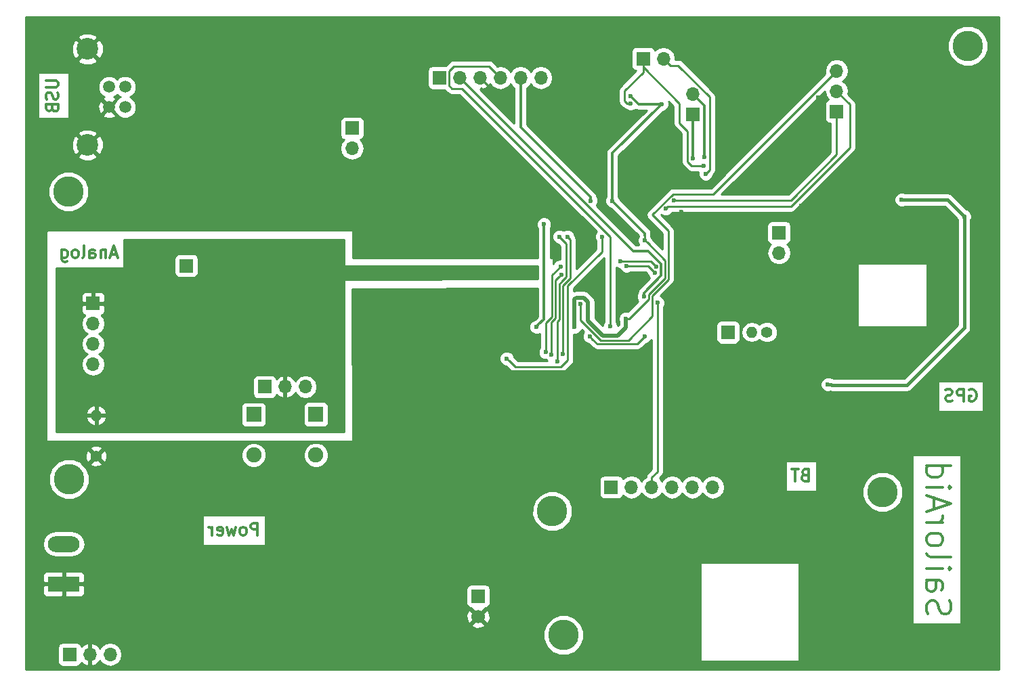
<source format=gbr>
G04 #@! TF.FileFunction,Copper,L2,Bot,Signal*
%FSLAX46Y46*%
G04 Gerber Fmt 4.6, Leading zero omitted, Abs format (unit mm)*
G04 Created by KiCad (PCBNEW 4.0.4-stable) date 09/22/17 06:06:28*
%MOMM*%
%LPD*%
G01*
G04 APERTURE LIST*
%ADD10C,0.100000*%
%ADD11C,0.300000*%
%ADD12R,1.700000X1.700000*%
%ADD13O,1.700000X1.700000*%
%ADD14R,3.960000X1.980000*%
%ADD15O,3.960000X1.980000*%
%ADD16C,1.520000*%
%ADD17C,2.700000*%
%ADD18C,3.800000*%
%ADD19C,1.400000*%
%ADD20O,1.400000X1.400000*%
%ADD21R,1.905000X1.905000*%
%ADD22C,1.905000*%
%ADD23C,1.700000*%
%ADD24C,0.600000*%
%ADD25C,0.250000*%
%ADD26C,0.500000*%
%ADD27C,0.400000*%
%ADD28C,0.200000*%
%ADD29C,0.254000*%
G04 APERTURE END LIST*
D10*
D11*
X143201428Y-134980000D02*
X143344285Y-134908571D01*
X143558571Y-134908571D01*
X143772856Y-134980000D01*
X143915714Y-135122857D01*
X143987142Y-135265714D01*
X144058571Y-135551429D01*
X144058571Y-135765714D01*
X143987142Y-136051429D01*
X143915714Y-136194286D01*
X143772856Y-136337143D01*
X143558571Y-136408571D01*
X143415714Y-136408571D01*
X143201428Y-136337143D01*
X143129999Y-136265714D01*
X143129999Y-135765714D01*
X143415714Y-135765714D01*
X142487142Y-136408571D02*
X142487142Y-134908571D01*
X141915714Y-134908571D01*
X141772856Y-134980000D01*
X141701428Y-135051429D01*
X141629999Y-135194286D01*
X141629999Y-135408571D01*
X141701428Y-135551429D01*
X141772856Y-135622857D01*
X141915714Y-135694286D01*
X142487142Y-135694286D01*
X141058571Y-136337143D02*
X140844285Y-136408571D01*
X140487142Y-136408571D01*
X140344285Y-136337143D01*
X140272856Y-136265714D01*
X140201428Y-136122857D01*
X140201428Y-135980000D01*
X140272856Y-135837143D01*
X140344285Y-135765714D01*
X140487142Y-135694286D01*
X140772856Y-135622857D01*
X140915714Y-135551429D01*
X140987142Y-135480000D01*
X141058571Y-135337143D01*
X141058571Y-135194286D01*
X140987142Y-135051429D01*
X140915714Y-134980000D01*
X140772856Y-134908571D01*
X140415714Y-134908571D01*
X140201428Y-134980000D01*
X122634285Y-145622857D02*
X122419999Y-145694286D01*
X122348571Y-145765714D01*
X122277142Y-145908571D01*
X122277142Y-146122857D01*
X122348571Y-146265714D01*
X122419999Y-146337143D01*
X122562857Y-146408571D01*
X123134285Y-146408571D01*
X123134285Y-144908571D01*
X122634285Y-144908571D01*
X122491428Y-144980000D01*
X122419999Y-145051429D01*
X122348571Y-145194286D01*
X122348571Y-145337143D01*
X122419999Y-145480000D01*
X122491428Y-145551429D01*
X122634285Y-145622857D01*
X123134285Y-145622857D01*
X121848571Y-144908571D02*
X120991428Y-144908571D01*
X121419999Y-146408571D02*
X121419999Y-144908571D01*
X27798571Y-96277143D02*
X29012857Y-96277143D01*
X29155714Y-96348571D01*
X29227143Y-96420000D01*
X29298571Y-96562857D01*
X29298571Y-96848571D01*
X29227143Y-96991429D01*
X29155714Y-97062857D01*
X29012857Y-97134286D01*
X27798571Y-97134286D01*
X29227143Y-97777143D02*
X29298571Y-97991429D01*
X29298571Y-98348572D01*
X29227143Y-98491429D01*
X29155714Y-98562858D01*
X29012857Y-98634286D01*
X28870000Y-98634286D01*
X28727143Y-98562858D01*
X28655714Y-98491429D01*
X28584286Y-98348572D01*
X28512857Y-98062858D01*
X28441429Y-97920000D01*
X28370000Y-97848572D01*
X28227143Y-97777143D01*
X28084286Y-97777143D01*
X27941429Y-97848572D01*
X27870000Y-97920000D01*
X27798571Y-98062858D01*
X27798571Y-98420000D01*
X27870000Y-98634286D01*
X28512857Y-99777143D02*
X28584286Y-99991429D01*
X28655714Y-100062857D01*
X28798571Y-100134286D01*
X29012857Y-100134286D01*
X29155714Y-100062857D01*
X29227143Y-99991429D01*
X29298571Y-99848571D01*
X29298571Y-99277143D01*
X27798571Y-99277143D01*
X27798571Y-99777143D01*
X27870000Y-99920000D01*
X27941429Y-99991429D01*
X28084286Y-100062857D01*
X28227143Y-100062857D01*
X28370000Y-99991429D01*
X28441429Y-99920000D01*
X28512857Y-99777143D01*
X28512857Y-99277143D01*
X54224285Y-153148571D02*
X54224285Y-151648571D01*
X53652857Y-151648571D01*
X53509999Y-151720000D01*
X53438571Y-151791429D01*
X53367142Y-151934286D01*
X53367142Y-152148571D01*
X53438571Y-152291429D01*
X53509999Y-152362857D01*
X53652857Y-152434286D01*
X54224285Y-152434286D01*
X52509999Y-153148571D02*
X52652857Y-153077143D01*
X52724285Y-153005714D01*
X52795714Y-152862857D01*
X52795714Y-152434286D01*
X52724285Y-152291429D01*
X52652857Y-152220000D01*
X52509999Y-152148571D01*
X52295714Y-152148571D01*
X52152857Y-152220000D01*
X52081428Y-152291429D01*
X52009999Y-152434286D01*
X52009999Y-152862857D01*
X52081428Y-153005714D01*
X52152857Y-153077143D01*
X52295714Y-153148571D01*
X52509999Y-153148571D01*
X51509999Y-152148571D02*
X51224285Y-153148571D01*
X50938571Y-152434286D01*
X50652856Y-153148571D01*
X50367142Y-152148571D01*
X49224285Y-153077143D02*
X49367142Y-153148571D01*
X49652856Y-153148571D01*
X49795713Y-153077143D01*
X49867142Y-152934286D01*
X49867142Y-152362857D01*
X49795713Y-152220000D01*
X49652856Y-152148571D01*
X49367142Y-152148571D01*
X49224285Y-152220000D01*
X49152856Y-152362857D01*
X49152856Y-152505714D01*
X49867142Y-152648571D01*
X48509999Y-153148571D02*
X48509999Y-152148571D01*
X48509999Y-152434286D02*
X48438571Y-152291429D01*
X48367142Y-152220000D01*
X48224285Y-152148571D01*
X48081428Y-152148571D01*
X36584286Y-118020000D02*
X35870000Y-118020000D01*
X36727143Y-118448571D02*
X36227143Y-116948571D01*
X35727143Y-118448571D01*
X35227143Y-117448571D02*
X35227143Y-118448571D01*
X35227143Y-117591429D02*
X35155715Y-117520000D01*
X35012857Y-117448571D01*
X34798572Y-117448571D01*
X34655715Y-117520000D01*
X34584286Y-117662857D01*
X34584286Y-118448571D01*
X33227143Y-118448571D02*
X33227143Y-117662857D01*
X33298572Y-117520000D01*
X33441429Y-117448571D01*
X33727143Y-117448571D01*
X33870000Y-117520000D01*
X33227143Y-118377143D02*
X33370000Y-118448571D01*
X33727143Y-118448571D01*
X33870000Y-118377143D01*
X33941429Y-118234286D01*
X33941429Y-118091429D01*
X33870000Y-117948571D01*
X33727143Y-117877143D01*
X33370000Y-117877143D01*
X33227143Y-117805714D01*
X32298571Y-118448571D02*
X32441429Y-118377143D01*
X32512857Y-118234286D01*
X32512857Y-116948571D01*
X31512857Y-118448571D02*
X31655715Y-118377143D01*
X31727143Y-118305714D01*
X31798572Y-118162857D01*
X31798572Y-117734286D01*
X31727143Y-117591429D01*
X31655715Y-117520000D01*
X31512857Y-117448571D01*
X31298572Y-117448571D01*
X31155715Y-117520000D01*
X31084286Y-117591429D01*
X31012857Y-117734286D01*
X31012857Y-118162857D01*
X31084286Y-118305714D01*
X31155715Y-118377143D01*
X31298572Y-118448571D01*
X31512857Y-118448571D01*
X29727143Y-117448571D02*
X29727143Y-118662857D01*
X29798572Y-118805714D01*
X29870000Y-118877143D01*
X30012857Y-118948571D01*
X30227143Y-118948571D01*
X30370000Y-118877143D01*
X29727143Y-118377143D02*
X29870000Y-118448571D01*
X30155714Y-118448571D01*
X30298572Y-118377143D01*
X30370000Y-118305714D01*
X30441429Y-118162857D01*
X30441429Y-117734286D01*
X30370000Y-117591429D01*
X30298572Y-117520000D01*
X30155714Y-117448571D01*
X29870000Y-117448571D01*
X29727143Y-117520000D01*
X138015714Y-163047143D02*
X137872857Y-162618572D01*
X137872857Y-161904286D01*
X138015714Y-161618572D01*
X138158571Y-161475715D01*
X138444286Y-161332858D01*
X138730000Y-161332858D01*
X139015714Y-161475715D01*
X139158571Y-161618572D01*
X139301429Y-161904286D01*
X139444286Y-162475715D01*
X139587143Y-162761429D01*
X139730000Y-162904286D01*
X140015714Y-163047143D01*
X140301429Y-163047143D01*
X140587143Y-162904286D01*
X140730000Y-162761429D01*
X140872857Y-162475715D01*
X140872857Y-161761429D01*
X140730000Y-161332858D01*
X137872857Y-158761429D02*
X139444286Y-158761429D01*
X139730000Y-158904286D01*
X139872857Y-159190000D01*
X139872857Y-159761429D01*
X139730000Y-160047143D01*
X138015714Y-158761429D02*
X137872857Y-159047143D01*
X137872857Y-159761429D01*
X138015714Y-160047143D01*
X138301429Y-160190000D01*
X138587143Y-160190000D01*
X138872857Y-160047143D01*
X139015714Y-159761429D01*
X139015714Y-159047143D01*
X139158571Y-158761429D01*
X137872857Y-157332857D02*
X139872857Y-157332857D01*
X140872857Y-157332857D02*
X140730000Y-157475714D01*
X140587143Y-157332857D01*
X140730000Y-157190000D01*
X140872857Y-157332857D01*
X140587143Y-157332857D01*
X137872857Y-155475715D02*
X138015714Y-155761429D01*
X138301429Y-155904286D01*
X140872857Y-155904286D01*
X137872857Y-153904286D02*
X138015714Y-154190000D01*
X138158571Y-154332857D01*
X138444286Y-154475714D01*
X139301429Y-154475714D01*
X139587143Y-154332857D01*
X139730000Y-154190000D01*
X139872857Y-153904286D01*
X139872857Y-153475714D01*
X139730000Y-153190000D01*
X139587143Y-153047143D01*
X139301429Y-152904286D01*
X138444286Y-152904286D01*
X138158571Y-153047143D01*
X138015714Y-153190000D01*
X137872857Y-153475714D01*
X137872857Y-153904286D01*
X137872857Y-151618571D02*
X139872857Y-151618571D01*
X139301429Y-151618571D02*
X139587143Y-151475714D01*
X139730000Y-151332857D01*
X139872857Y-151047143D01*
X139872857Y-150761428D01*
X138730000Y-149904285D02*
X138730000Y-148475714D01*
X137872857Y-150190000D02*
X140872857Y-149190000D01*
X137872857Y-148190000D01*
X137872857Y-147189999D02*
X139872857Y-147189999D01*
X140872857Y-147189999D02*
X140730000Y-147332856D01*
X140587143Y-147189999D01*
X140730000Y-147047142D01*
X140872857Y-147189999D01*
X140587143Y-147189999D01*
X137872857Y-144475714D02*
X140872857Y-144475714D01*
X138015714Y-144475714D02*
X137872857Y-144761428D01*
X137872857Y-145332857D01*
X138015714Y-145618571D01*
X138158571Y-145761428D01*
X138444286Y-145904285D01*
X139301429Y-145904285D01*
X139587143Y-145761428D01*
X139730000Y-145618571D01*
X139872857Y-145332857D01*
X139872857Y-144761428D01*
X139730000Y-144475714D01*
D12*
X119380000Y-115316000D03*
D13*
X119380000Y-117856000D03*
D14*
X29972000Y-159258000D03*
D15*
X29972000Y-154258000D03*
D16*
X37650000Y-97080000D03*
X37650000Y-99620000D03*
X35650000Y-99620000D03*
X35650000Y-97080000D03*
D17*
X32950000Y-92350000D03*
X32950000Y-104350000D03*
D12*
X76930000Y-95940000D03*
D13*
X79470000Y-95940000D03*
X82010000Y-95940000D03*
X84550000Y-95940000D03*
X87090000Y-95940000D03*
X89630000Y-95940000D03*
D18*
X30590000Y-110180000D03*
X92450000Y-165660000D03*
X30610000Y-146130000D03*
X132350000Y-147740000D03*
X91050000Y-150150000D03*
X143002000Y-91948000D03*
D12*
X33650000Y-124160000D03*
D13*
X33650000Y-126700000D03*
X33650000Y-129240000D03*
X33650000Y-131780000D03*
D19*
X117890000Y-127760000D03*
D20*
X115990000Y-127760000D03*
D21*
X53725000Y-138070000D03*
D22*
X53725000Y-143150000D03*
D21*
X61500000Y-138060000D03*
D22*
X61500000Y-143140000D03*
D12*
X108640000Y-100510000D03*
D13*
X108640000Y-97970000D03*
D12*
X66025000Y-102235000D03*
D13*
X66025000Y-104775000D03*
D12*
X102410000Y-93540000D03*
D13*
X104950000Y-93540000D03*
D12*
X98410000Y-147150000D03*
D13*
X100950000Y-147150000D03*
X103490000Y-147150000D03*
X106030000Y-147150000D03*
X108570000Y-147150000D03*
X111110000Y-147150000D03*
D12*
X30695000Y-168075000D03*
D13*
X33235000Y-168075000D03*
X35775000Y-168075000D03*
D12*
X113030000Y-127780000D03*
X126610000Y-100150000D03*
D13*
X126610000Y-97610000D03*
X126610000Y-95070000D03*
D12*
X45300000Y-119450000D03*
X55110000Y-134600000D03*
D13*
X57650000Y-134600000D03*
X60190000Y-134600000D03*
D23*
X81788000Y-163342000D03*
D12*
X81788000Y-160782000D03*
D19*
X34036000Y-143256000D03*
D20*
X34036000Y-138176000D03*
D24*
X84750000Y-98650000D03*
X99350000Y-121400000D03*
X96500000Y-121450000D03*
X94250000Y-119250000D03*
X89450000Y-111650000D03*
X84350000Y-126600000D03*
X124300000Y-104450000D03*
X94472647Y-131672151D03*
X106426000Y-133620000D03*
X107211244Y-112685009D03*
X79840000Y-141360000D03*
X87760000Y-152120000D03*
X86320000Y-163610000D03*
X42400000Y-92610000D03*
X66700000Y-94680000D03*
X95580000Y-93600000D03*
X122170000Y-111920000D03*
X66660000Y-161770000D03*
X67420000Y-157450000D03*
X66620000Y-166410000D03*
X72550000Y-154750000D03*
X124250000Y-98420000D03*
X89050000Y-127113712D03*
X93843010Y-127113712D03*
X102616000Y-116257000D03*
X142540000Y-113290000D03*
X134700000Y-111190000D03*
X125510000Y-134310000D03*
X100840000Y-98230000D03*
X104720000Y-99220000D03*
X100250000Y-126070000D03*
X90020000Y-114280000D03*
X98550000Y-111325000D03*
X102498990Y-123295658D03*
X98298000Y-127000000D03*
X95850000Y-111325000D03*
X91650000Y-131450000D03*
X91948000Y-115824000D03*
X92372652Y-130534181D03*
X92964000Y-115824000D03*
X95734252Y-128293748D03*
X102616000Y-128270000D03*
X100330000Y-119497010D03*
X103886000Y-120336979D03*
X110070000Y-105860000D03*
X99568000Y-118872000D03*
X104009741Y-119546595D03*
X108640000Y-106020000D03*
X109982000Y-106934000D03*
X100857498Y-99180000D03*
X110236000Y-107950000D03*
X90217673Y-130277950D03*
X92100000Y-119550000D03*
X92188979Y-120578731D03*
X90950000Y-130600000D03*
X104199021Y-124088990D03*
X85358682Y-131064000D03*
X97282000Y-115824000D03*
X105216949Y-112328949D03*
X106250954Y-111294945D03*
X94595412Y-124194010D03*
D25*
X82010000Y-95940000D02*
X84720000Y-98650000D01*
X84720000Y-98650000D02*
X84750000Y-98650000D01*
D11*
X93250000Y-114200000D02*
X94250000Y-115200000D01*
X94250000Y-115200000D02*
X94250000Y-119250000D01*
X92000000Y-114200000D02*
X93250000Y-114200000D01*
X89450000Y-111650000D02*
X92000000Y-114200000D01*
D25*
X84350000Y-126600000D02*
X84350000Y-131850000D01*
X84350000Y-131850000D02*
X85143599Y-132643599D01*
X85143599Y-132643599D02*
X93501199Y-132643599D01*
X93501199Y-132643599D02*
X94472647Y-131672151D01*
X124250000Y-98420000D02*
X124250000Y-104400000D01*
X124250000Y-104400000D02*
X124300000Y-104450000D01*
X105948002Y-133142002D02*
X105948002Y-131705002D01*
X105948002Y-131705002D02*
X116166002Y-121487002D01*
X105948002Y-133142002D02*
X106426000Y-133620000D01*
X122170000Y-121487002D02*
X122469999Y-121187003D01*
X122469999Y-112219999D02*
X122170000Y-111920000D01*
X116166002Y-121487002D02*
X122170000Y-121487002D01*
X122469999Y-121187003D02*
X122469999Y-112219999D01*
D11*
X87760000Y-149280000D02*
X79840000Y-141360000D01*
X87760000Y-152120000D02*
X87760000Y-149280000D01*
X86010000Y-163920000D02*
X86320000Y-163610000D01*
X83520000Y-166410000D02*
X86010000Y-163920000D01*
X86010000Y-163920000D02*
X86010000Y-153870000D01*
X86010000Y-153870000D02*
X87760000Y-152120000D01*
X66620000Y-166410000D02*
X83520000Y-166410000D01*
D25*
X66700000Y-94680000D02*
X44470000Y-94680000D01*
X44470000Y-94680000D02*
X42400000Y-92610000D01*
X95580000Y-93600000D02*
X67780000Y-93600000D01*
X67780000Y-93600000D02*
X66700000Y-94680000D01*
X129970000Y-90180000D02*
X99000000Y-90180000D01*
X99000000Y-90180000D02*
X95580000Y-93600000D01*
X131860000Y-92070000D02*
X129970000Y-90180000D01*
X131860000Y-102230000D02*
X131860000Y-92070000D01*
X122170000Y-111920000D02*
X131860000Y-102230000D01*
D11*
X67420000Y-157450000D02*
X67420000Y-161010000D01*
X67420000Y-161010000D02*
X66660000Y-161770000D01*
X72550000Y-154750000D02*
X70120000Y-154750000D01*
X70120000Y-154750000D02*
X67420000Y-157450000D01*
X68042000Y-159258000D02*
X68042000Y-164988000D01*
X68042000Y-164988000D02*
X66620000Y-166410000D01*
X29972000Y-159258000D02*
X68042000Y-159258000D01*
X68042000Y-159258000D02*
X72550000Y-154750000D01*
X89349999Y-126813713D02*
X89050000Y-127113712D01*
X90020000Y-126143712D02*
X89349999Y-126813713D01*
X90020000Y-114280000D02*
X90020000Y-126143712D01*
D26*
X100250000Y-127208411D02*
X100250000Y-126070000D01*
X99246402Y-128212009D02*
X100250000Y-127208411D01*
X97349599Y-128212009D02*
X99246402Y-128212009D01*
X95504000Y-126300002D02*
X95504000Y-126366410D01*
X95504000Y-126366410D02*
X97349599Y-128212009D01*
X95504000Y-123952000D02*
X95504000Y-126300002D01*
D25*
X95504000Y-126366410D02*
X95537204Y-126333206D01*
D26*
X95504000Y-126300002D02*
X95537204Y-126333206D01*
X94996000Y-123444000D02*
X95504000Y-123952000D01*
X94073056Y-123444000D02*
X94996000Y-123444000D01*
X93843010Y-123674046D02*
X94073056Y-123444000D01*
X93843010Y-127113712D02*
X93843010Y-123674046D01*
D25*
X100674264Y-126070000D02*
X103124000Y-123620264D01*
X103124000Y-123620264D02*
X103124000Y-123009532D01*
X100250000Y-126070000D02*
X100674264Y-126070000D01*
X102915999Y-116556999D02*
X102616000Y-116257000D01*
X105134754Y-118775754D02*
X102915999Y-116556999D01*
X103124000Y-123009532D02*
X105134754Y-120998778D01*
X105134754Y-120998778D02*
X105134754Y-118775754D01*
X102630000Y-115670000D02*
X102630000Y-116243000D01*
X102630000Y-116243000D02*
X102616000Y-116257000D01*
D27*
X142540000Y-113290000D02*
X140440000Y-111190000D01*
X140440000Y-111190000D02*
X134700000Y-111190000D01*
X135390000Y-134380000D02*
X142540000Y-127230000D01*
X142540000Y-127230000D02*
X142540000Y-113290000D01*
X126004264Y-134380000D02*
X135390000Y-134380000D01*
X125510000Y-134310000D02*
X125934264Y-134310000D01*
X125934264Y-134310000D02*
X126004264Y-134380000D01*
D11*
X98550000Y-111325000D02*
X102630000Y-115405000D01*
X102630000Y-115405000D02*
X102630000Y-115670000D01*
X98550000Y-111325000D02*
X98550000Y-105390000D01*
X98550000Y-105390000D02*
X104720000Y-99220000D01*
X101830000Y-99220000D02*
X100840000Y-98230000D01*
X104720000Y-99220000D02*
X101830000Y-99220000D01*
D25*
X89980000Y-114320000D02*
X90020000Y-114280000D01*
D11*
X101164989Y-117634989D02*
X103060139Y-117634989D01*
X102498990Y-122871394D02*
X102498990Y-123295658D01*
X104659743Y-120710641D02*
X102498990Y-122871394D01*
X79470000Y-95940000D02*
X101164989Y-117634989D01*
X104659743Y-119234593D02*
X104659743Y-120710641D01*
X103060139Y-117634989D02*
X104659743Y-119234593D01*
D25*
X83098000Y-94488000D02*
X83700001Y-95090001D01*
X78740000Y-94488000D02*
X83098000Y-94488000D01*
X78105001Y-96901001D02*
X78105001Y-95122999D01*
X83700001Y-95090001D02*
X84550000Y-95940000D01*
X78486000Y-97282000D02*
X78105001Y-96901001D01*
X79756000Y-97282000D02*
X78486000Y-97282000D01*
X78105001Y-95122999D02*
X78740000Y-94488000D01*
X98298000Y-115824000D02*
X79756000Y-97282000D01*
X98298000Y-127000000D02*
X98298000Y-115824000D01*
D11*
X95850000Y-111325000D02*
X95850000Y-110892878D01*
X87090000Y-102132878D02*
X87090000Y-95940000D01*
X95850000Y-110892878D02*
X87090000Y-102132878D01*
D25*
X91650000Y-130989736D02*
X91650000Y-131450000D01*
X91650000Y-126463590D02*
X91922641Y-126190949D01*
X91650000Y-130989736D02*
X91650000Y-126463590D01*
X91922641Y-121771615D02*
X92313608Y-121380649D01*
X91922641Y-126190949D02*
X91922641Y-121771615D01*
X92313608Y-121380649D02*
X92813989Y-120880268D01*
X92813989Y-120880268D02*
X92813989Y-116689989D01*
X92813989Y-116689989D02*
X91948000Y-115824000D01*
X92813989Y-120880268D02*
X92813989Y-120855484D01*
D28*
X92838773Y-120855484D02*
X92813989Y-120855484D01*
D25*
X92372652Y-130534181D02*
X92372652Y-121958015D01*
X92372652Y-121958015D02*
X93288782Y-121041885D01*
X93288782Y-116148782D02*
X92964000Y-115824000D01*
X93288782Y-121041885D02*
X93288782Y-116148782D01*
X102616000Y-128270000D02*
X101648970Y-129237030D01*
X101648970Y-129237030D02*
X96677534Y-129237030D01*
X96034251Y-128593747D02*
X95734252Y-128293748D01*
X96677534Y-129237030D02*
X96034251Y-128593747D01*
X100754264Y-119497010D02*
X100330000Y-119497010D01*
X103046031Y-119497010D02*
X100754264Y-119497010D01*
X103886000Y-120336979D02*
X103046031Y-119497010D01*
D11*
X110070000Y-99400000D02*
X110070000Y-105860000D01*
X110070000Y-99400000D02*
X108640000Y-97970000D01*
D25*
X103335146Y-118872000D02*
X99568000Y-118872000D01*
X104009741Y-119546595D02*
X103335146Y-118872000D01*
D11*
X108640000Y-100510000D02*
X108640000Y-106020000D01*
D25*
X106934000Y-101600000D02*
X106934000Y-99164000D01*
X106934000Y-99164000D02*
X102410000Y-94640000D01*
X102410000Y-94640000D02*
X102410000Y-93540000D01*
X107950000Y-102616000D02*
X106934000Y-101600000D01*
X107950000Y-106426000D02*
X107950000Y-102616000D01*
X108458000Y-106934000D02*
X107950000Y-106426000D01*
X109982000Y-106934000D02*
X108458000Y-106934000D01*
X100100000Y-97560000D02*
X102410000Y-95250000D01*
X102410000Y-95250000D02*
X102410000Y-93540000D01*
X100100000Y-98846766D02*
X100100000Y-97560000D01*
X100857498Y-99180000D02*
X100433234Y-99180000D01*
X100433234Y-99180000D02*
X100100000Y-98846766D01*
X110744000Y-107442000D02*
X110236000Y-107950000D01*
X110744000Y-98334998D02*
X110744000Y-107442000D01*
X104950000Y-93540000D02*
X105799999Y-94389999D01*
X105799999Y-94389999D02*
X106799001Y-94389999D01*
X106799001Y-94389999D02*
X110744000Y-98334998D01*
X91022619Y-125818149D02*
X90217673Y-126623095D01*
X91022619Y-120627381D02*
X91022619Y-125818149D01*
X92100000Y-119550000D02*
X91022619Y-120627381D01*
X90217673Y-126623095D02*
X90217673Y-129853686D01*
X90217673Y-129853686D02*
X90217673Y-130277950D01*
X91888980Y-120878730D02*
X92188979Y-120578731D01*
X91472630Y-121295080D02*
X91888980Y-120878730D01*
X91472630Y-126004549D02*
X91472630Y-121295080D01*
X90950000Y-130600000D02*
X90950000Y-126527179D01*
X90950000Y-126527179D02*
X91472630Y-126004549D01*
X104199021Y-145238898D02*
X104199021Y-124088990D01*
X103490000Y-145947919D02*
X104199021Y-145238898D01*
X103490000Y-147150000D02*
X103490000Y-145947919D01*
X92102159Y-132137104D02*
X86431786Y-132137104D01*
X92997654Y-131241609D02*
X92102159Y-132137104D01*
X92997654Y-121969423D02*
X92997654Y-131241609D01*
X97282000Y-117685077D02*
X92997654Y-121969423D01*
X85658681Y-131363999D02*
X85358682Y-131064000D01*
X86431786Y-132137104D02*
X85658681Y-131363999D01*
X97282000Y-115824000D02*
X97282000Y-117685077D01*
X128270000Y-104648000D02*
X120889050Y-112028950D01*
X128270000Y-99270000D02*
X128270000Y-104648000D01*
X126610000Y-97610000D02*
X128270000Y-99270000D01*
X105516948Y-112028950D02*
X105216949Y-112328949D01*
X120889050Y-112028950D02*
X105516948Y-112028950D01*
X120861055Y-111294945D02*
X106675218Y-111294945D01*
X126610000Y-105546000D02*
X120861055Y-111294945D01*
X126610000Y-100150000D02*
X126610000Y-105546000D01*
X106675218Y-111294945D02*
X106250954Y-111294945D01*
X94595412Y-126271010D02*
X94595412Y-124194010D01*
X97111421Y-128787019D02*
X94595412Y-126271010D01*
X103574011Y-113087989D02*
X105584765Y-115098743D01*
X103574011Y-125787989D02*
X100574981Y-128787019D01*
X100574981Y-128787019D02*
X97111421Y-128787019D01*
X106172000Y-110490000D02*
X103574011Y-113087989D01*
X111190000Y-110490000D02*
X106172000Y-110490000D01*
X126610000Y-95070000D02*
X111190000Y-110490000D01*
X103574011Y-123195932D02*
X103574011Y-125787989D01*
X105584765Y-115098743D02*
X105584765Y-121185178D01*
X105584765Y-121185178D02*
X103574011Y-123195932D01*
D29*
G36*
X64993000Y-116226995D02*
X64993000Y-119330000D01*
X65003006Y-119379410D01*
X65031447Y-119421035D01*
X65073841Y-119448315D01*
X65120000Y-119457000D01*
X89235000Y-119457000D01*
X89235000Y-121132177D01*
X65119943Y-121143000D01*
X65070537Y-121153028D01*
X65028926Y-121181487D01*
X65001665Y-121223894D01*
X64993000Y-121270033D01*
X64997967Y-140246637D01*
X29002000Y-140246637D01*
X29002000Y-138509331D01*
X32743273Y-138509331D01*
X32969236Y-138978663D01*
X33357604Y-139325797D01*
X33702671Y-139468716D01*
X33909000Y-139345374D01*
X33909000Y-138303000D01*
X34163000Y-138303000D01*
X34163000Y-139345374D01*
X34369329Y-139468716D01*
X34714396Y-139325797D01*
X35102764Y-138978663D01*
X35328727Y-138509331D01*
X35206206Y-138303000D01*
X34163000Y-138303000D01*
X33909000Y-138303000D01*
X32865794Y-138303000D01*
X32743273Y-138509331D01*
X29002000Y-138509331D01*
X29002000Y-137842669D01*
X32743273Y-137842669D01*
X32865794Y-138049000D01*
X33909000Y-138049000D01*
X33909000Y-137006626D01*
X34163000Y-137006626D01*
X34163000Y-138049000D01*
X35206206Y-138049000D01*
X35328727Y-137842669D01*
X35102764Y-137373337D01*
X34816538Y-137117500D01*
X52125060Y-137117500D01*
X52125060Y-139022500D01*
X52169338Y-139257817D01*
X52308410Y-139473941D01*
X52520610Y-139618931D01*
X52772500Y-139669940D01*
X54677500Y-139669940D01*
X54912817Y-139625662D01*
X55128941Y-139486590D01*
X55273931Y-139274390D01*
X55324940Y-139022500D01*
X55324940Y-137117500D01*
X55323059Y-137107500D01*
X59900060Y-137107500D01*
X59900060Y-139012500D01*
X59944338Y-139247817D01*
X60083410Y-139463941D01*
X60295610Y-139608931D01*
X60547500Y-139659940D01*
X62452500Y-139659940D01*
X62687817Y-139615662D01*
X62903941Y-139476590D01*
X63048931Y-139264390D01*
X63099940Y-139012500D01*
X63099940Y-137107500D01*
X63055662Y-136872183D01*
X62916590Y-136656059D01*
X62704390Y-136511069D01*
X62452500Y-136460060D01*
X60547500Y-136460060D01*
X60312183Y-136504338D01*
X60096059Y-136643410D01*
X59951069Y-136855610D01*
X59900060Y-137107500D01*
X55323059Y-137107500D01*
X55280662Y-136882183D01*
X55141590Y-136666059D01*
X54929390Y-136521069D01*
X54677500Y-136470060D01*
X52772500Y-136470060D01*
X52537183Y-136514338D01*
X52321059Y-136653410D01*
X52176069Y-136865610D01*
X52125060Y-137117500D01*
X34816538Y-137117500D01*
X34714396Y-137026203D01*
X34369329Y-136883284D01*
X34163000Y-137006626D01*
X33909000Y-137006626D01*
X33702671Y-136883284D01*
X33357604Y-137026203D01*
X32969236Y-137373337D01*
X32743273Y-137842669D01*
X29002000Y-137842669D01*
X29002000Y-133750000D01*
X53612560Y-133750000D01*
X53612560Y-135450000D01*
X53656838Y-135685317D01*
X53795910Y-135901441D01*
X54008110Y-136046431D01*
X54260000Y-136097440D01*
X55960000Y-136097440D01*
X56195317Y-136053162D01*
X56411441Y-135914090D01*
X56556431Y-135701890D01*
X56578301Y-135593893D01*
X56883076Y-135871645D01*
X57293110Y-136041476D01*
X57523000Y-135920155D01*
X57523000Y-134727000D01*
X57503000Y-134727000D01*
X57503000Y-134473000D01*
X57523000Y-134473000D01*
X57523000Y-133279845D01*
X57777000Y-133279845D01*
X57777000Y-134473000D01*
X57797000Y-134473000D01*
X57797000Y-134727000D01*
X57777000Y-134727000D01*
X57777000Y-135920155D01*
X58006890Y-136041476D01*
X58416924Y-135871645D01*
X58845183Y-135481358D01*
X58912298Y-135338447D01*
X59139946Y-135679147D01*
X59621715Y-136001054D01*
X60190000Y-136114093D01*
X60758285Y-136001054D01*
X61240054Y-135679147D01*
X61561961Y-135197378D01*
X61675000Y-134629093D01*
X61675000Y-134570907D01*
X61561961Y-134002622D01*
X61240054Y-133520853D01*
X60758285Y-133198946D01*
X60190000Y-133085907D01*
X59621715Y-133198946D01*
X59139946Y-133520853D01*
X58912298Y-133861553D01*
X58845183Y-133718642D01*
X58416924Y-133328355D01*
X58006890Y-133158524D01*
X57777000Y-133279845D01*
X57523000Y-133279845D01*
X57293110Y-133158524D01*
X56883076Y-133328355D01*
X56580063Y-133604501D01*
X56563162Y-133514683D01*
X56424090Y-133298559D01*
X56211890Y-133153569D01*
X55960000Y-133102560D01*
X54260000Y-133102560D01*
X54024683Y-133146838D01*
X53808559Y-133285910D01*
X53663569Y-133498110D01*
X53612560Y-133750000D01*
X29002000Y-133750000D01*
X29002000Y-126700000D01*
X32135907Y-126700000D01*
X32248946Y-127268285D01*
X32570853Y-127750054D01*
X32900026Y-127970000D01*
X32570853Y-128189946D01*
X32248946Y-128671715D01*
X32135907Y-129240000D01*
X32248946Y-129808285D01*
X32570853Y-130290054D01*
X32900026Y-130510000D01*
X32570853Y-130729946D01*
X32248946Y-131211715D01*
X32135907Y-131780000D01*
X32248946Y-132348285D01*
X32570853Y-132830054D01*
X33052622Y-133151961D01*
X33620907Y-133265000D01*
X33679093Y-133265000D01*
X34247378Y-133151961D01*
X34729147Y-132830054D01*
X35051054Y-132348285D01*
X35164093Y-131780000D01*
X35051054Y-131211715D01*
X34729147Y-130729946D01*
X34399974Y-130510000D01*
X34729147Y-130290054D01*
X35051054Y-129808285D01*
X35164093Y-129240000D01*
X35051054Y-128671715D01*
X34729147Y-128189946D01*
X34399974Y-127970000D01*
X34729147Y-127750054D01*
X35051054Y-127268285D01*
X35164093Y-126700000D01*
X35051054Y-126131715D01*
X34729147Y-125649946D01*
X34685223Y-125620597D01*
X34859698Y-125548327D01*
X35038327Y-125369699D01*
X35135000Y-125136310D01*
X35135000Y-124445750D01*
X34976250Y-124287000D01*
X33777000Y-124287000D01*
X33777000Y-124307000D01*
X33523000Y-124307000D01*
X33523000Y-124287000D01*
X32323750Y-124287000D01*
X32165000Y-124445750D01*
X32165000Y-125136310D01*
X32261673Y-125369699D01*
X32440302Y-125548327D01*
X32614777Y-125620597D01*
X32570853Y-125649946D01*
X32248946Y-126131715D01*
X32135907Y-126700000D01*
X29002000Y-126700000D01*
X29002000Y-123183690D01*
X32165000Y-123183690D01*
X32165000Y-123874250D01*
X32323750Y-124033000D01*
X33523000Y-124033000D01*
X33523000Y-122833750D01*
X33777000Y-122833750D01*
X33777000Y-124033000D01*
X34976250Y-124033000D01*
X35135000Y-123874250D01*
X35135000Y-123183690D01*
X35038327Y-122950301D01*
X34859698Y-122771673D01*
X34626309Y-122675000D01*
X33935750Y-122675000D01*
X33777000Y-122833750D01*
X33523000Y-122833750D01*
X33364250Y-122675000D01*
X32673691Y-122675000D01*
X32440302Y-122771673D01*
X32261673Y-122950301D01*
X32165000Y-123183690D01*
X29002000Y-123183690D01*
X29002000Y-119755000D01*
X37505000Y-119755000D01*
X37505000Y-118600000D01*
X43802560Y-118600000D01*
X43802560Y-120300000D01*
X43846838Y-120535317D01*
X43985910Y-120751441D01*
X44198110Y-120896431D01*
X44450000Y-120947440D01*
X46150000Y-120947440D01*
X46385317Y-120903162D01*
X46601441Y-120764090D01*
X46746431Y-120551890D01*
X46797440Y-120300000D01*
X46797440Y-118600000D01*
X46753162Y-118364683D01*
X46614090Y-118148559D01*
X46401890Y-118003569D01*
X46150000Y-117952560D01*
X44450000Y-117952560D01*
X44214683Y-117996838D01*
X43998559Y-118135910D01*
X43853569Y-118348110D01*
X43802560Y-118600000D01*
X37505000Y-118600000D01*
X37505000Y-116225962D01*
X64993000Y-116226995D01*
X64993000Y-116226995D01*
G37*
X64993000Y-116226995D02*
X64993000Y-119330000D01*
X65003006Y-119379410D01*
X65031447Y-119421035D01*
X65073841Y-119448315D01*
X65120000Y-119457000D01*
X89235000Y-119457000D01*
X89235000Y-121132177D01*
X65119943Y-121143000D01*
X65070537Y-121153028D01*
X65028926Y-121181487D01*
X65001665Y-121223894D01*
X64993000Y-121270033D01*
X64997967Y-140246637D01*
X29002000Y-140246637D01*
X29002000Y-138509331D01*
X32743273Y-138509331D01*
X32969236Y-138978663D01*
X33357604Y-139325797D01*
X33702671Y-139468716D01*
X33909000Y-139345374D01*
X33909000Y-138303000D01*
X34163000Y-138303000D01*
X34163000Y-139345374D01*
X34369329Y-139468716D01*
X34714396Y-139325797D01*
X35102764Y-138978663D01*
X35328727Y-138509331D01*
X35206206Y-138303000D01*
X34163000Y-138303000D01*
X33909000Y-138303000D01*
X32865794Y-138303000D01*
X32743273Y-138509331D01*
X29002000Y-138509331D01*
X29002000Y-137842669D01*
X32743273Y-137842669D01*
X32865794Y-138049000D01*
X33909000Y-138049000D01*
X33909000Y-137006626D01*
X34163000Y-137006626D01*
X34163000Y-138049000D01*
X35206206Y-138049000D01*
X35328727Y-137842669D01*
X35102764Y-137373337D01*
X34816538Y-137117500D01*
X52125060Y-137117500D01*
X52125060Y-139022500D01*
X52169338Y-139257817D01*
X52308410Y-139473941D01*
X52520610Y-139618931D01*
X52772500Y-139669940D01*
X54677500Y-139669940D01*
X54912817Y-139625662D01*
X55128941Y-139486590D01*
X55273931Y-139274390D01*
X55324940Y-139022500D01*
X55324940Y-137117500D01*
X55323059Y-137107500D01*
X59900060Y-137107500D01*
X59900060Y-139012500D01*
X59944338Y-139247817D01*
X60083410Y-139463941D01*
X60295610Y-139608931D01*
X60547500Y-139659940D01*
X62452500Y-139659940D01*
X62687817Y-139615662D01*
X62903941Y-139476590D01*
X63048931Y-139264390D01*
X63099940Y-139012500D01*
X63099940Y-137107500D01*
X63055662Y-136872183D01*
X62916590Y-136656059D01*
X62704390Y-136511069D01*
X62452500Y-136460060D01*
X60547500Y-136460060D01*
X60312183Y-136504338D01*
X60096059Y-136643410D01*
X59951069Y-136855610D01*
X59900060Y-137107500D01*
X55323059Y-137107500D01*
X55280662Y-136882183D01*
X55141590Y-136666059D01*
X54929390Y-136521069D01*
X54677500Y-136470060D01*
X52772500Y-136470060D01*
X52537183Y-136514338D01*
X52321059Y-136653410D01*
X52176069Y-136865610D01*
X52125060Y-137117500D01*
X34816538Y-137117500D01*
X34714396Y-137026203D01*
X34369329Y-136883284D01*
X34163000Y-137006626D01*
X33909000Y-137006626D01*
X33702671Y-136883284D01*
X33357604Y-137026203D01*
X32969236Y-137373337D01*
X32743273Y-137842669D01*
X29002000Y-137842669D01*
X29002000Y-133750000D01*
X53612560Y-133750000D01*
X53612560Y-135450000D01*
X53656838Y-135685317D01*
X53795910Y-135901441D01*
X54008110Y-136046431D01*
X54260000Y-136097440D01*
X55960000Y-136097440D01*
X56195317Y-136053162D01*
X56411441Y-135914090D01*
X56556431Y-135701890D01*
X56578301Y-135593893D01*
X56883076Y-135871645D01*
X57293110Y-136041476D01*
X57523000Y-135920155D01*
X57523000Y-134727000D01*
X57503000Y-134727000D01*
X57503000Y-134473000D01*
X57523000Y-134473000D01*
X57523000Y-133279845D01*
X57777000Y-133279845D01*
X57777000Y-134473000D01*
X57797000Y-134473000D01*
X57797000Y-134727000D01*
X57777000Y-134727000D01*
X57777000Y-135920155D01*
X58006890Y-136041476D01*
X58416924Y-135871645D01*
X58845183Y-135481358D01*
X58912298Y-135338447D01*
X59139946Y-135679147D01*
X59621715Y-136001054D01*
X60190000Y-136114093D01*
X60758285Y-136001054D01*
X61240054Y-135679147D01*
X61561961Y-135197378D01*
X61675000Y-134629093D01*
X61675000Y-134570907D01*
X61561961Y-134002622D01*
X61240054Y-133520853D01*
X60758285Y-133198946D01*
X60190000Y-133085907D01*
X59621715Y-133198946D01*
X59139946Y-133520853D01*
X58912298Y-133861553D01*
X58845183Y-133718642D01*
X58416924Y-133328355D01*
X58006890Y-133158524D01*
X57777000Y-133279845D01*
X57523000Y-133279845D01*
X57293110Y-133158524D01*
X56883076Y-133328355D01*
X56580063Y-133604501D01*
X56563162Y-133514683D01*
X56424090Y-133298559D01*
X56211890Y-133153569D01*
X55960000Y-133102560D01*
X54260000Y-133102560D01*
X54024683Y-133146838D01*
X53808559Y-133285910D01*
X53663569Y-133498110D01*
X53612560Y-133750000D01*
X29002000Y-133750000D01*
X29002000Y-126700000D01*
X32135907Y-126700000D01*
X32248946Y-127268285D01*
X32570853Y-127750054D01*
X32900026Y-127970000D01*
X32570853Y-128189946D01*
X32248946Y-128671715D01*
X32135907Y-129240000D01*
X32248946Y-129808285D01*
X32570853Y-130290054D01*
X32900026Y-130510000D01*
X32570853Y-130729946D01*
X32248946Y-131211715D01*
X32135907Y-131780000D01*
X32248946Y-132348285D01*
X32570853Y-132830054D01*
X33052622Y-133151961D01*
X33620907Y-133265000D01*
X33679093Y-133265000D01*
X34247378Y-133151961D01*
X34729147Y-132830054D01*
X35051054Y-132348285D01*
X35164093Y-131780000D01*
X35051054Y-131211715D01*
X34729147Y-130729946D01*
X34399974Y-130510000D01*
X34729147Y-130290054D01*
X35051054Y-129808285D01*
X35164093Y-129240000D01*
X35051054Y-128671715D01*
X34729147Y-128189946D01*
X34399974Y-127970000D01*
X34729147Y-127750054D01*
X35051054Y-127268285D01*
X35164093Y-126700000D01*
X35051054Y-126131715D01*
X34729147Y-125649946D01*
X34685223Y-125620597D01*
X34859698Y-125548327D01*
X35038327Y-125369699D01*
X35135000Y-125136310D01*
X35135000Y-124445750D01*
X34976250Y-124287000D01*
X33777000Y-124287000D01*
X33777000Y-124307000D01*
X33523000Y-124307000D01*
X33523000Y-124287000D01*
X32323750Y-124287000D01*
X32165000Y-124445750D01*
X32165000Y-125136310D01*
X32261673Y-125369699D01*
X32440302Y-125548327D01*
X32614777Y-125620597D01*
X32570853Y-125649946D01*
X32248946Y-126131715D01*
X32135907Y-126700000D01*
X29002000Y-126700000D01*
X29002000Y-123183690D01*
X32165000Y-123183690D01*
X32165000Y-123874250D01*
X32323750Y-124033000D01*
X33523000Y-124033000D01*
X33523000Y-122833750D01*
X33777000Y-122833750D01*
X33777000Y-124033000D01*
X34976250Y-124033000D01*
X35135000Y-123874250D01*
X35135000Y-123183690D01*
X35038327Y-122950301D01*
X34859698Y-122771673D01*
X34626309Y-122675000D01*
X33935750Y-122675000D01*
X33777000Y-122833750D01*
X33523000Y-122833750D01*
X33364250Y-122675000D01*
X32673691Y-122675000D01*
X32440302Y-122771673D01*
X32261673Y-122950301D01*
X32165000Y-123183690D01*
X29002000Y-123183690D01*
X29002000Y-119755000D01*
X37505000Y-119755000D01*
X37505000Y-118600000D01*
X43802560Y-118600000D01*
X43802560Y-120300000D01*
X43846838Y-120535317D01*
X43985910Y-120751441D01*
X44198110Y-120896431D01*
X44450000Y-120947440D01*
X46150000Y-120947440D01*
X46385317Y-120903162D01*
X46601441Y-120764090D01*
X46746431Y-120551890D01*
X46797440Y-120300000D01*
X46797440Y-118600000D01*
X46753162Y-118364683D01*
X46614090Y-118148559D01*
X46401890Y-118003569D01*
X46150000Y-117952560D01*
X44450000Y-117952560D01*
X44214683Y-117996838D01*
X43998559Y-118135910D01*
X43853569Y-118348110D01*
X43802560Y-118600000D01*
X37505000Y-118600000D01*
X37505000Y-116225962D01*
X64993000Y-116226995D01*
G36*
X146864000Y-169978000D02*
X25185000Y-169978000D01*
X25185000Y-167225000D01*
X29197560Y-167225000D01*
X29197560Y-168925000D01*
X29241838Y-169160317D01*
X29380910Y-169376441D01*
X29593110Y-169521431D01*
X29845000Y-169572440D01*
X31545000Y-169572440D01*
X31780317Y-169528162D01*
X31996441Y-169389090D01*
X32141431Y-169176890D01*
X32163301Y-169068893D01*
X32468076Y-169346645D01*
X32878110Y-169516476D01*
X33108000Y-169395155D01*
X33108000Y-168202000D01*
X33088000Y-168202000D01*
X33088000Y-167948000D01*
X33108000Y-167948000D01*
X33108000Y-166754845D01*
X33362000Y-166754845D01*
X33362000Y-167948000D01*
X33382000Y-167948000D01*
X33382000Y-168202000D01*
X33362000Y-168202000D01*
X33362000Y-169395155D01*
X33591890Y-169516476D01*
X34001924Y-169346645D01*
X34430183Y-168956358D01*
X34497298Y-168813447D01*
X34724946Y-169154147D01*
X35206715Y-169476054D01*
X35775000Y-169589093D01*
X36343285Y-169476054D01*
X36825054Y-169154147D01*
X37146961Y-168672378D01*
X37260000Y-168104093D01*
X37260000Y-168045907D01*
X37146961Y-167477622D01*
X36825054Y-166995853D01*
X36343285Y-166673946D01*
X35775000Y-166560907D01*
X35206715Y-166673946D01*
X34724946Y-166995853D01*
X34497298Y-167336553D01*
X34430183Y-167193642D01*
X34001924Y-166803355D01*
X33591890Y-166633524D01*
X33362000Y-166754845D01*
X33108000Y-166754845D01*
X32878110Y-166633524D01*
X32468076Y-166803355D01*
X32165063Y-167079501D01*
X32148162Y-166989683D01*
X32009090Y-166773559D01*
X31796890Y-166628569D01*
X31545000Y-166577560D01*
X29845000Y-166577560D01*
X29609683Y-166621838D01*
X29393559Y-166760910D01*
X29248569Y-166973110D01*
X29197560Y-167225000D01*
X25185000Y-167225000D01*
X25185000Y-166162031D01*
X89914561Y-166162031D01*
X90299678Y-167094086D01*
X91012163Y-167807816D01*
X91943545Y-168194559D01*
X92952031Y-168195439D01*
X93884086Y-167810322D01*
X94597816Y-167097837D01*
X94984559Y-166166455D01*
X94985439Y-165157969D01*
X94600322Y-164225914D01*
X93887837Y-163512184D01*
X92956455Y-163125441D01*
X91947969Y-163124561D01*
X91015914Y-163509678D01*
X90302184Y-164222163D01*
X89915441Y-165153545D01*
X89914561Y-166162031D01*
X25185000Y-166162031D01*
X25185000Y-164385958D01*
X80923647Y-164385958D01*
X81003920Y-164637259D01*
X81559279Y-164838718D01*
X82149458Y-164812315D01*
X82572080Y-164637259D01*
X82652353Y-164385958D01*
X81788000Y-163521605D01*
X80923647Y-164385958D01*
X25185000Y-164385958D01*
X25185000Y-163113279D01*
X80291282Y-163113279D01*
X80317685Y-163703458D01*
X80492741Y-164126080D01*
X80744042Y-164206353D01*
X81608395Y-163342000D01*
X81967605Y-163342000D01*
X82831958Y-164206353D01*
X83083259Y-164126080D01*
X83284718Y-163570721D01*
X83258315Y-162980542D01*
X83083259Y-162557920D01*
X82831958Y-162477647D01*
X81967605Y-163342000D01*
X81608395Y-163342000D01*
X80744042Y-162477647D01*
X80492741Y-162557920D01*
X80291282Y-163113279D01*
X25185000Y-163113279D01*
X25185000Y-159543750D01*
X27357000Y-159543750D01*
X27357000Y-160374309D01*
X27453673Y-160607698D01*
X27632301Y-160786327D01*
X27865690Y-160883000D01*
X29686250Y-160883000D01*
X29845000Y-160724250D01*
X29845000Y-159385000D01*
X30099000Y-159385000D01*
X30099000Y-160724250D01*
X30257750Y-160883000D01*
X32078310Y-160883000D01*
X32311699Y-160786327D01*
X32490327Y-160607698D01*
X32587000Y-160374309D01*
X32587000Y-159932000D01*
X80290560Y-159932000D01*
X80290560Y-161632000D01*
X80334838Y-161867317D01*
X80473910Y-162083441D01*
X80686110Y-162228431D01*
X80930100Y-162277840D01*
X80923647Y-162298042D01*
X81788000Y-163162395D01*
X82652353Y-162298042D01*
X82645934Y-162277947D01*
X82873317Y-162235162D01*
X83089441Y-162096090D01*
X83234431Y-161883890D01*
X83285440Y-161632000D01*
X83285440Y-159932000D01*
X83241162Y-159696683D01*
X83102090Y-159480559D01*
X82889890Y-159335569D01*
X82638000Y-159284560D01*
X80938000Y-159284560D01*
X80702683Y-159328838D01*
X80486559Y-159467910D01*
X80341569Y-159680110D01*
X80290560Y-159932000D01*
X32587000Y-159932000D01*
X32587000Y-159543750D01*
X32428250Y-159385000D01*
X30099000Y-159385000D01*
X29845000Y-159385000D01*
X27515750Y-159385000D01*
X27357000Y-159543750D01*
X25185000Y-159543750D01*
X25185000Y-158141691D01*
X27357000Y-158141691D01*
X27357000Y-158972250D01*
X27515750Y-159131000D01*
X29845000Y-159131000D01*
X29845000Y-157791750D01*
X30099000Y-157791750D01*
X30099000Y-159131000D01*
X32428250Y-159131000D01*
X32587000Y-158972250D01*
X32587000Y-158141691D01*
X32490327Y-157908302D01*
X32311699Y-157729673D01*
X32078310Y-157633000D01*
X30257750Y-157633000D01*
X30099000Y-157791750D01*
X29845000Y-157791750D01*
X29686250Y-157633000D01*
X27865690Y-157633000D01*
X27632301Y-157729673D01*
X27453673Y-157908302D01*
X27357000Y-158141691D01*
X25185000Y-158141691D01*
X25185000Y-156730000D01*
X109543000Y-156730000D01*
X109543000Y-168820000D01*
X109551685Y-168866159D01*
X109578965Y-168908553D01*
X109620590Y-168936994D01*
X109670000Y-168947000D01*
X121780000Y-168947000D01*
X121826159Y-168938315D01*
X121868553Y-168911035D01*
X121896994Y-168869410D01*
X121907000Y-168820000D01*
X121907000Y-156730000D01*
X121898315Y-156683841D01*
X121871035Y-156641447D01*
X121829410Y-156613006D01*
X121780000Y-156603000D01*
X109670000Y-156603000D01*
X109623841Y-156611685D01*
X109581447Y-156638965D01*
X109553006Y-156680590D01*
X109543000Y-156730000D01*
X25185000Y-156730000D01*
X25185000Y-154258000D01*
X27305769Y-154258000D01*
X27429465Y-154879861D01*
X27781720Y-155407049D01*
X28308908Y-155759304D01*
X28930769Y-155883000D01*
X31013231Y-155883000D01*
X31635092Y-155759304D01*
X32162280Y-155407049D01*
X32514535Y-154879861D01*
X32638231Y-154258000D01*
X32514535Y-153636139D01*
X32162280Y-153108951D01*
X31635092Y-152756696D01*
X31013231Y-152633000D01*
X28930769Y-152633000D01*
X28308908Y-152756696D01*
X27781720Y-153108951D01*
X27429465Y-153636139D01*
X27305769Y-154258000D01*
X25185000Y-154258000D01*
X25185000Y-150635000D01*
X47303572Y-150635000D01*
X47303572Y-154455000D01*
X55216429Y-154455000D01*
X55216429Y-150652031D01*
X88514561Y-150652031D01*
X88899678Y-151584086D01*
X89612163Y-152297816D01*
X90543545Y-152684559D01*
X91552031Y-152685439D01*
X92484086Y-152300322D01*
X93197816Y-151587837D01*
X93584559Y-150656455D01*
X93585439Y-149647969D01*
X93200322Y-148715914D01*
X92487837Y-148002184D01*
X91556455Y-147615441D01*
X90547969Y-147614561D01*
X89615914Y-147999678D01*
X88902184Y-148712163D01*
X88515441Y-149643545D01*
X88514561Y-150652031D01*
X55216429Y-150652031D01*
X55216429Y-150635000D01*
X47303572Y-150635000D01*
X25185000Y-150635000D01*
X25185000Y-146632031D01*
X28074561Y-146632031D01*
X28459678Y-147564086D01*
X29172163Y-148277816D01*
X30103545Y-148664559D01*
X31112031Y-148665439D01*
X32044086Y-148280322D01*
X32757816Y-147567837D01*
X33144559Y-146636455D01*
X33145439Y-145627969D01*
X32760322Y-144695914D01*
X32256564Y-144191275D01*
X33280331Y-144191275D01*
X33342169Y-144427042D01*
X33843122Y-144603419D01*
X34373440Y-144574664D01*
X34729831Y-144427042D01*
X34791669Y-144191275D01*
X34036000Y-143435605D01*
X33280331Y-144191275D01*
X32256564Y-144191275D01*
X32047837Y-143982184D01*
X31116455Y-143595441D01*
X30107969Y-143594561D01*
X29175914Y-143979678D01*
X28462184Y-144692163D01*
X28075441Y-145623545D01*
X28074561Y-146632031D01*
X25185000Y-146632031D01*
X25185000Y-143063122D01*
X32688581Y-143063122D01*
X32717336Y-143593440D01*
X32864958Y-143949831D01*
X33100725Y-144011669D01*
X33856395Y-143256000D01*
X34215605Y-143256000D01*
X34971275Y-144011669D01*
X35207042Y-143949831D01*
X35377958Y-143464388D01*
X52137225Y-143464388D01*
X52378398Y-144048072D01*
X52824579Y-144495032D01*
X53407841Y-144737224D01*
X54039388Y-144737775D01*
X54623072Y-144496602D01*
X55070032Y-144050421D01*
X55312224Y-143467159D01*
X55312235Y-143454388D01*
X59912225Y-143454388D01*
X60153398Y-144038072D01*
X60599579Y-144485032D01*
X61182841Y-144727224D01*
X61814388Y-144727775D01*
X62398072Y-144486602D01*
X62845032Y-144040421D01*
X63087224Y-143457159D01*
X63087775Y-142825612D01*
X62846602Y-142241928D01*
X62400421Y-141794968D01*
X61817159Y-141552776D01*
X61185612Y-141552225D01*
X60601928Y-141793398D01*
X60154968Y-142239579D01*
X59912776Y-142822841D01*
X59912225Y-143454388D01*
X55312235Y-143454388D01*
X55312775Y-142835612D01*
X55071602Y-142251928D01*
X54625421Y-141804968D01*
X54042159Y-141562776D01*
X53410612Y-141562225D01*
X52826928Y-141803398D01*
X52379968Y-142249579D01*
X52137776Y-142832841D01*
X52137225Y-143464388D01*
X35377958Y-143464388D01*
X35383419Y-143448878D01*
X35354664Y-142918560D01*
X35207042Y-142562169D01*
X34971275Y-142500331D01*
X34215605Y-143256000D01*
X33856395Y-143256000D01*
X33100725Y-142500331D01*
X32864958Y-142562169D01*
X32688581Y-143063122D01*
X25185000Y-143063122D01*
X25185000Y-142320725D01*
X33280331Y-142320725D01*
X34036000Y-143076395D01*
X34791669Y-142320725D01*
X34729831Y-142084958D01*
X34228878Y-141908581D01*
X33698560Y-141937336D01*
X33342169Y-142084958D01*
X33280331Y-142320725D01*
X25185000Y-142320725D01*
X25185000Y-141329951D01*
X27783269Y-141329951D01*
X27793256Y-141379365D01*
X27821681Y-141421001D01*
X27864065Y-141448297D01*
X27910371Y-141457000D01*
X65139044Y-141427001D01*
X65140382Y-141427393D01*
X65976437Y-141426648D01*
X66025838Y-141416598D01*
X66067437Y-141388120D01*
X66094680Y-141345702D01*
X66103324Y-141299433D01*
X66071261Y-122326959D01*
X89235000Y-122317739D01*
X89235000Y-125818555D01*
X88874995Y-126178559D01*
X88864833Y-126178550D01*
X88521057Y-126320595D01*
X88257808Y-126583385D01*
X88115162Y-126926913D01*
X88114838Y-127298879D01*
X88256883Y-127642655D01*
X88519673Y-127905904D01*
X88863201Y-128048550D01*
X89235167Y-128048874D01*
X89457673Y-127956937D01*
X89457673Y-129715487D01*
X89425481Y-129747623D01*
X89282835Y-130091151D01*
X89282511Y-130463117D01*
X89424556Y-130806893D01*
X89687346Y-131070142D01*
X90030874Y-131212788D01*
X90240764Y-131212971D01*
X90404611Y-131377104D01*
X86746588Y-131377104D01*
X86293804Y-130924320D01*
X86293844Y-130878833D01*
X86151799Y-130535057D01*
X85889009Y-130271808D01*
X85545481Y-130129162D01*
X85173515Y-130128838D01*
X84829739Y-130270883D01*
X84566490Y-130533673D01*
X84423844Y-130877201D01*
X84423520Y-131249167D01*
X84565565Y-131592943D01*
X84828355Y-131856192D01*
X85171883Y-131998838D01*
X85218759Y-131998879D01*
X85894385Y-132674505D01*
X86140947Y-132839252D01*
X86431786Y-132897104D01*
X92102159Y-132897104D01*
X92392998Y-132839252D01*
X92639560Y-132674505D01*
X93535055Y-131779010D01*
X93699802Y-131532449D01*
X93757654Y-131241609D01*
X93757654Y-128048638D01*
X94028177Y-128048874D01*
X94371953Y-127906829D01*
X94635202Y-127644039D01*
X94711029Y-127461429D01*
X94977571Y-127727971D01*
X94942060Y-127763421D01*
X94799414Y-128106949D01*
X94799090Y-128478915D01*
X94941135Y-128822691D01*
X95203925Y-129085940D01*
X95547453Y-129228586D01*
X95594329Y-129228627D01*
X96140133Y-129774431D01*
X96386695Y-129939178D01*
X96677534Y-129997030D01*
X101648970Y-129997030D01*
X101939809Y-129939178D01*
X102186371Y-129774431D01*
X102755680Y-129205122D01*
X102801167Y-129205162D01*
X103144943Y-129063117D01*
X103408192Y-128800327D01*
X103439021Y-128726083D01*
X103439021Y-144924096D01*
X102952599Y-145410518D01*
X102787852Y-145657080D01*
X102746259Y-145866182D01*
X102439946Y-146070853D01*
X102220000Y-146400026D01*
X102000054Y-146070853D01*
X101518285Y-145748946D01*
X100950000Y-145635907D01*
X100381715Y-145748946D01*
X99899946Y-146070853D01*
X99872150Y-146112452D01*
X99863162Y-146064683D01*
X99724090Y-145848559D01*
X99511890Y-145703569D01*
X99260000Y-145652560D01*
X97560000Y-145652560D01*
X97324683Y-145696838D01*
X97108559Y-145835910D01*
X96963569Y-146048110D01*
X96912560Y-146300000D01*
X96912560Y-148000000D01*
X96956838Y-148235317D01*
X97095910Y-148451441D01*
X97308110Y-148596431D01*
X97560000Y-148647440D01*
X99260000Y-148647440D01*
X99495317Y-148603162D01*
X99711441Y-148464090D01*
X99856431Y-148251890D01*
X99870086Y-148184459D01*
X99899946Y-148229147D01*
X100381715Y-148551054D01*
X100950000Y-148664093D01*
X101518285Y-148551054D01*
X102000054Y-148229147D01*
X102220000Y-147899974D01*
X102439946Y-148229147D01*
X102921715Y-148551054D01*
X103490000Y-148664093D01*
X104058285Y-148551054D01*
X104540054Y-148229147D01*
X104760000Y-147899974D01*
X104979946Y-148229147D01*
X105461715Y-148551054D01*
X106030000Y-148664093D01*
X106598285Y-148551054D01*
X107080054Y-148229147D01*
X107300000Y-147899974D01*
X107519946Y-148229147D01*
X108001715Y-148551054D01*
X108570000Y-148664093D01*
X109138285Y-148551054D01*
X109620054Y-148229147D01*
X109840000Y-147899974D01*
X110059946Y-148229147D01*
X110541715Y-148551054D01*
X111110000Y-148664093D01*
X111678285Y-148551054D01*
X112140771Y-148242031D01*
X129814561Y-148242031D01*
X130199678Y-149174086D01*
X130912163Y-149887816D01*
X131843545Y-150274559D01*
X132852031Y-150275439D01*
X133784086Y-149890322D01*
X134497816Y-149177837D01*
X134884559Y-148246455D01*
X134885439Y-147237969D01*
X134500322Y-146305914D01*
X133787837Y-145592184D01*
X132856455Y-145205441D01*
X131847969Y-145204561D01*
X130915914Y-145589678D01*
X130202184Y-146302163D01*
X129815441Y-147233545D01*
X129814561Y-148242031D01*
X112140771Y-148242031D01*
X112160054Y-148229147D01*
X112481961Y-147747378D01*
X112595000Y-147179093D01*
X112595000Y-147120907D01*
X112481961Y-146552622D01*
X112160054Y-146070853D01*
X111678285Y-145748946D01*
X111110000Y-145635907D01*
X110541715Y-145748946D01*
X110059946Y-146070853D01*
X109840000Y-146400026D01*
X109620054Y-146070853D01*
X109138285Y-145748946D01*
X108570000Y-145635907D01*
X108001715Y-145748946D01*
X107519946Y-146070853D01*
X107300000Y-146400026D01*
X107080054Y-146070853D01*
X106598285Y-145748946D01*
X106030000Y-145635907D01*
X105461715Y-145748946D01*
X104979946Y-146070853D01*
X104760000Y-146400026D01*
X104540054Y-146070853D01*
X104481196Y-146031525D01*
X104736422Y-145776299D01*
X104901169Y-145529737D01*
X104959021Y-145238898D01*
X104959021Y-143895000D01*
X120213572Y-143895000D01*
X120213572Y-147715000D01*
X124126429Y-147715000D01*
X124126429Y-143895000D01*
X120213572Y-143895000D01*
X104959021Y-143895000D01*
X104959021Y-143126428D01*
X136045000Y-143126428D01*
X136045000Y-164253572D01*
X142115000Y-164253572D01*
X142115000Y-143126428D01*
X136045000Y-143126428D01*
X104959021Y-143126428D01*
X104959021Y-134495167D01*
X124574838Y-134495167D01*
X124716883Y-134838943D01*
X124979673Y-135102192D01*
X125323201Y-135244838D01*
X125695167Y-135245162D01*
X125844889Y-135183298D01*
X126004264Y-135215000D01*
X135390000Y-135215000D01*
X135709541Y-135151439D01*
X135980434Y-134970434D01*
X137055868Y-133895000D01*
X139280715Y-133895000D01*
X139280715Y-137715000D01*
X144979286Y-137715000D01*
X144979286Y-133895000D01*
X139280715Y-133895000D01*
X137055868Y-133895000D01*
X143130434Y-127820434D01*
X143170815Y-127760000D01*
X143311439Y-127549541D01*
X143375000Y-127230000D01*
X143375000Y-113717234D01*
X143474838Y-113476799D01*
X143475162Y-113104833D01*
X143333117Y-112761057D01*
X143070327Y-112497808D01*
X142828091Y-112397222D01*
X141030434Y-110599566D01*
X140933722Y-110534945D01*
X140759541Y-110418561D01*
X140440000Y-110355000D01*
X135127234Y-110355000D01*
X134886799Y-110255162D01*
X134514833Y-110254838D01*
X134171057Y-110396883D01*
X133907808Y-110659673D01*
X133765162Y-111003201D01*
X133764838Y-111375167D01*
X133906883Y-111718943D01*
X134169673Y-111982192D01*
X134513201Y-112124838D01*
X134885167Y-112125162D01*
X135127578Y-112025000D01*
X140094132Y-112025000D01*
X141647466Y-113578335D01*
X141705000Y-113717578D01*
X141705000Y-126884132D01*
X135044132Y-133545000D01*
X126263442Y-133545000D01*
X126253805Y-133538561D01*
X125939966Y-133476134D01*
X125696799Y-133375162D01*
X125324833Y-133374838D01*
X124981057Y-133516883D01*
X124717808Y-133779673D01*
X124575162Y-134123201D01*
X124574838Y-134495167D01*
X104959021Y-134495167D01*
X104959021Y-126930000D01*
X111532560Y-126930000D01*
X111532560Y-128630000D01*
X111576838Y-128865317D01*
X111715910Y-129081441D01*
X111928110Y-129226431D01*
X112180000Y-129277440D01*
X113880000Y-129277440D01*
X114115317Y-129233162D01*
X114331441Y-129094090D01*
X114476431Y-128881890D01*
X114527440Y-128630000D01*
X114527440Y-127760000D01*
X114628846Y-127760000D01*
X114730467Y-128270882D01*
X115019858Y-128703988D01*
X115452964Y-128993379D01*
X115963846Y-129095000D01*
X116016154Y-129095000D01*
X116527036Y-128993379D01*
X116951666Y-128709652D01*
X117132796Y-128891098D01*
X117623287Y-129094768D01*
X118154383Y-129095231D01*
X118645229Y-128892418D01*
X119021098Y-128517204D01*
X119224768Y-128026713D01*
X119225231Y-127495617D01*
X119022418Y-127004771D01*
X118647204Y-126628902D01*
X118156713Y-126425232D01*
X117625617Y-126424769D01*
X117134771Y-126627582D01*
X116951678Y-126810356D01*
X116527036Y-126526621D01*
X116016154Y-126425000D01*
X115963846Y-126425000D01*
X115452964Y-126526621D01*
X115019858Y-126816012D01*
X114730467Y-127249118D01*
X114628846Y-127760000D01*
X114527440Y-127760000D01*
X114527440Y-126930000D01*
X114483162Y-126694683D01*
X114344090Y-126478559D01*
X114131890Y-126333569D01*
X113880000Y-126282560D01*
X112180000Y-126282560D01*
X111944683Y-126326838D01*
X111728559Y-126465910D01*
X111583569Y-126678110D01*
X111532560Y-126930000D01*
X104959021Y-126930000D01*
X104959021Y-124651453D01*
X104991213Y-124619317D01*
X105133859Y-124275789D01*
X105134183Y-123903823D01*
X104992138Y-123560047D01*
X104729348Y-123296798D01*
X104601171Y-123243574D01*
X106122166Y-121722579D01*
X106286913Y-121476017D01*
X106344765Y-121185178D01*
X106344765Y-117856000D01*
X117865907Y-117856000D01*
X117978946Y-118424285D01*
X118300853Y-118906054D01*
X118782622Y-119227961D01*
X119350907Y-119341000D01*
X119409093Y-119341000D01*
X119564940Y-119310000D01*
X129163000Y-119310000D01*
X129163000Y-127000000D01*
X129171685Y-127046159D01*
X129198965Y-127088553D01*
X129240590Y-127116994D01*
X129290000Y-127127000D01*
X137830000Y-127127000D01*
X137876159Y-127118315D01*
X137918553Y-127091035D01*
X137946994Y-127049410D01*
X137957000Y-127000000D01*
X137957000Y-119310000D01*
X137948315Y-119263841D01*
X137921035Y-119221447D01*
X137879410Y-119193006D01*
X137830000Y-119183000D01*
X129290000Y-119183000D01*
X129243841Y-119191685D01*
X129201447Y-119218965D01*
X129173006Y-119260590D01*
X129163000Y-119310000D01*
X119564940Y-119310000D01*
X119977378Y-119227961D01*
X120459147Y-118906054D01*
X120781054Y-118424285D01*
X120894093Y-117856000D01*
X120781054Y-117287715D01*
X120459147Y-116805946D01*
X120417548Y-116778150D01*
X120465317Y-116769162D01*
X120681441Y-116630090D01*
X120826431Y-116417890D01*
X120877440Y-116166000D01*
X120877440Y-114466000D01*
X120833162Y-114230683D01*
X120694090Y-114014559D01*
X120481890Y-113869569D01*
X120230000Y-113818560D01*
X118530000Y-113818560D01*
X118294683Y-113862838D01*
X118078559Y-114001910D01*
X117933569Y-114214110D01*
X117882560Y-114466000D01*
X117882560Y-116166000D01*
X117926838Y-116401317D01*
X118065910Y-116617441D01*
X118278110Y-116762431D01*
X118345541Y-116776086D01*
X118300853Y-116805946D01*
X117978946Y-117287715D01*
X117865907Y-117856000D01*
X106344765Y-117856000D01*
X106344765Y-115098743D01*
X106286913Y-114807904D01*
X106122166Y-114561342D01*
X104648813Y-113087989D01*
X104651172Y-113085630D01*
X104686622Y-113121141D01*
X105030150Y-113263787D01*
X105402116Y-113264111D01*
X105745892Y-113122066D01*
X106009141Y-112859276D01*
X106038343Y-112788950D01*
X120889050Y-112788950D01*
X121179889Y-112731098D01*
X121426451Y-112566351D01*
X128807401Y-105185401D01*
X128972148Y-104938839D01*
X129030000Y-104648000D01*
X129030000Y-99270000D01*
X128972148Y-98979161D01*
X128807401Y-98732599D01*
X128051210Y-97976408D01*
X128124093Y-97610000D01*
X128011054Y-97041715D01*
X127689147Y-96559946D01*
X127359974Y-96340000D01*
X127689147Y-96120054D01*
X128011054Y-95638285D01*
X128124093Y-95070000D01*
X128011054Y-94501715D01*
X127689147Y-94019946D01*
X127207378Y-93698039D01*
X126639093Y-93585000D01*
X126580907Y-93585000D01*
X126012622Y-93698039D01*
X125530853Y-94019946D01*
X125208946Y-94501715D01*
X125095907Y-95070000D01*
X125168790Y-95436408D01*
X110875198Y-109730000D01*
X106172000Y-109730000D01*
X105881160Y-109787852D01*
X105634599Y-109952599D01*
X103036610Y-112550588D01*
X102871863Y-112797150D01*
X102814011Y-113087989D01*
X102871863Y-113378828D01*
X103036610Y-113625390D01*
X104824765Y-115413545D01*
X104824765Y-117390963D01*
X103551122Y-116117320D01*
X103551162Y-116071833D01*
X103409117Y-115728057D01*
X103404393Y-115723325D01*
X103415000Y-115670000D01*
X103415000Y-115405000D01*
X103393131Y-115295057D01*
X103355245Y-115104593D01*
X103185079Y-114849921D01*
X99485153Y-111149995D01*
X99485162Y-111139833D01*
X99343117Y-110796057D01*
X99335000Y-110787926D01*
X99335000Y-105715158D01*
X104895005Y-100155153D01*
X104905167Y-100155162D01*
X105248943Y-100013117D01*
X105512192Y-99750327D01*
X105654838Y-99406799D01*
X105655162Y-99034833D01*
X105602444Y-98907246D01*
X106174000Y-99478802D01*
X106174000Y-101600000D01*
X106231852Y-101890839D01*
X106396599Y-102137401D01*
X107190000Y-102930802D01*
X107190000Y-106426000D01*
X107247852Y-106716839D01*
X107412599Y-106963401D01*
X107920599Y-107471401D01*
X108167161Y-107636148D01*
X108458000Y-107694000D01*
X109329897Y-107694000D01*
X109301162Y-107763201D01*
X109300838Y-108135167D01*
X109442883Y-108478943D01*
X109705673Y-108742192D01*
X110049201Y-108884838D01*
X110421167Y-108885162D01*
X110764943Y-108743117D01*
X111028192Y-108480327D01*
X111170838Y-108136799D01*
X111170879Y-108089923D01*
X111281401Y-107979401D01*
X111355060Y-107869162D01*
X111446148Y-107732839D01*
X111504000Y-107442000D01*
X111504000Y-98334998D01*
X111446148Y-98044159D01*
X111281401Y-97797597D01*
X107336402Y-93852598D01*
X107089840Y-93687851D01*
X106799001Y-93629999D01*
X106422885Y-93629999D01*
X106435000Y-93569093D01*
X106435000Y-93510907D01*
X106321961Y-92942622D01*
X106000054Y-92460853D01*
X105983858Y-92450031D01*
X140466561Y-92450031D01*
X140851678Y-93382086D01*
X141564163Y-94095816D01*
X142495545Y-94482559D01*
X143504031Y-94483439D01*
X144436086Y-94098322D01*
X145149816Y-93385837D01*
X145536559Y-92454455D01*
X145537439Y-91445969D01*
X145152322Y-90513914D01*
X144439837Y-89800184D01*
X143508455Y-89413441D01*
X142499969Y-89412561D01*
X141567914Y-89797678D01*
X140854184Y-90510163D01*
X140467441Y-91441545D01*
X140466561Y-92450031D01*
X105983858Y-92450031D01*
X105518285Y-92138946D01*
X104950000Y-92025907D01*
X104381715Y-92138946D01*
X103899946Y-92460853D01*
X103872150Y-92502452D01*
X103863162Y-92454683D01*
X103724090Y-92238559D01*
X103511890Y-92093569D01*
X103260000Y-92042560D01*
X101560000Y-92042560D01*
X101324683Y-92086838D01*
X101108559Y-92225910D01*
X100963569Y-92438110D01*
X100912560Y-92690000D01*
X100912560Y-94390000D01*
X100956838Y-94625317D01*
X101095910Y-94841441D01*
X101308110Y-94986431D01*
X101549820Y-95035378D01*
X99562599Y-97022599D01*
X99397852Y-97269161D01*
X99340000Y-97560000D01*
X99340000Y-98846766D01*
X99397852Y-99137605D01*
X99562599Y-99384167D01*
X99895833Y-99717401D01*
X100142395Y-99882148D01*
X100260794Y-99905699D01*
X100327171Y-99972192D01*
X100670699Y-100114838D01*
X101042665Y-100115162D01*
X101386441Y-99973117D01*
X101460565Y-99899122D01*
X101529594Y-99945245D01*
X101830000Y-100005000D01*
X102824842Y-100005000D01*
X97994921Y-104834921D01*
X97824755Y-105089593D01*
X97797446Y-105226883D01*
X97765000Y-105390000D01*
X97765000Y-110787494D01*
X97757808Y-110794673D01*
X97615162Y-111138201D01*
X97614838Y-111510167D01*
X97756883Y-111853943D01*
X98019673Y-112117192D01*
X98363201Y-112259838D01*
X98374690Y-112259848D01*
X101832669Y-115717827D01*
X101823808Y-115726673D01*
X101681162Y-116070201D01*
X101680838Y-116442167D01*
X101822883Y-116785943D01*
X101886817Y-116849989D01*
X101490147Y-116849989D01*
X96568774Y-111928616D01*
X96642192Y-111855327D01*
X96784838Y-111511799D01*
X96785162Y-111139833D01*
X96643117Y-110796057D01*
X96608928Y-110761809D01*
X96575245Y-110592472D01*
X96405079Y-110337799D01*
X87875000Y-101807720D01*
X87875000Y-97196250D01*
X88140054Y-97019147D01*
X88360000Y-96689974D01*
X88579946Y-97019147D01*
X89061715Y-97341054D01*
X89630000Y-97454093D01*
X90198285Y-97341054D01*
X90680054Y-97019147D01*
X91001961Y-96537378D01*
X91115000Y-95969093D01*
X91115000Y-95910907D01*
X91001961Y-95342622D01*
X90680054Y-94860853D01*
X90198285Y-94538946D01*
X89630000Y-94425907D01*
X89061715Y-94538946D01*
X88579946Y-94860853D01*
X88360000Y-95190026D01*
X88140054Y-94860853D01*
X87658285Y-94538946D01*
X87090000Y-94425907D01*
X86521715Y-94538946D01*
X86039946Y-94860853D01*
X85820000Y-95190026D01*
X85600054Y-94860853D01*
X85118285Y-94538946D01*
X84550000Y-94425907D01*
X84183592Y-94498790D01*
X83635401Y-93950599D01*
X83388839Y-93785852D01*
X83098000Y-93728000D01*
X78740000Y-93728000D01*
X78449160Y-93785852D01*
X78202599Y-93950599D01*
X77710638Y-94442560D01*
X76080000Y-94442560D01*
X75844683Y-94486838D01*
X75628559Y-94625910D01*
X75483569Y-94838110D01*
X75432560Y-95090000D01*
X75432560Y-96790000D01*
X75476838Y-97025317D01*
X75615910Y-97241441D01*
X75828110Y-97386431D01*
X76080000Y-97437440D01*
X77566957Y-97437440D01*
X77567600Y-97438402D01*
X77948599Y-97819401D01*
X78195161Y-97984148D01*
X78486000Y-98042000D01*
X79441198Y-98042000D01*
X96591428Y-115192230D01*
X96489808Y-115293673D01*
X96347162Y-115637201D01*
X96346838Y-116009167D01*
X96488883Y-116352943D01*
X96522000Y-116386118D01*
X96522000Y-117370275D01*
X94048782Y-119843493D01*
X94048782Y-116148782D01*
X93990930Y-115857943D01*
X93899091Y-115720496D01*
X93899162Y-115638833D01*
X93757117Y-115295057D01*
X93494327Y-115031808D01*
X93150799Y-114889162D01*
X92778833Y-114888838D01*
X92455629Y-115022383D01*
X92134799Y-114889162D01*
X91762833Y-114888838D01*
X91419057Y-115030883D01*
X91155808Y-115293673D01*
X91013162Y-115637201D01*
X91012838Y-116009167D01*
X91154883Y-116352943D01*
X91417673Y-116616192D01*
X91761201Y-116758838D01*
X91808077Y-116758879D01*
X92053989Y-117004791D01*
X92053989Y-118614959D01*
X91914833Y-118614838D01*
X91571057Y-118756883D01*
X91307808Y-119019673D01*
X91217269Y-119237714D01*
X91217269Y-118610000D01*
X91207263Y-118560590D01*
X91178822Y-118518965D01*
X91136428Y-118491685D01*
X91090117Y-118483000D01*
X90805000Y-118483341D01*
X90805000Y-114817506D01*
X90812192Y-114810327D01*
X90954838Y-114466799D01*
X90955162Y-114094833D01*
X90813117Y-113751057D01*
X90550327Y-113487808D01*
X90206799Y-113345162D01*
X89834833Y-113344838D01*
X89491057Y-113486883D01*
X89227808Y-113749673D01*
X89085162Y-114093201D01*
X89084838Y-114465167D01*
X89226883Y-114808943D01*
X89235000Y-114817074D01*
X89235000Y-118485217D01*
X66117269Y-118512848D01*
X66117269Y-115160000D01*
X66107263Y-115110590D01*
X66078822Y-115068965D01*
X66036428Y-115041685D01*
X65990236Y-115033000D01*
X27920236Y-115043000D01*
X27870828Y-115053019D01*
X27829211Y-115081471D01*
X27801942Y-115123872D01*
X27793269Y-115169951D01*
X27783269Y-141329951D01*
X25185000Y-141329951D01*
X25185000Y-110682031D01*
X28054561Y-110682031D01*
X28439678Y-111614086D01*
X29152163Y-112327816D01*
X30083545Y-112714559D01*
X31092031Y-112715439D01*
X32024086Y-112330322D01*
X32737816Y-111617837D01*
X33124559Y-110686455D01*
X33125439Y-109677969D01*
X32740322Y-108745914D01*
X32027837Y-108032184D01*
X31096455Y-107645441D01*
X30087969Y-107644561D01*
X29155914Y-108029678D01*
X28442184Y-108742163D01*
X28055441Y-109673545D01*
X28054561Y-110682031D01*
X25185000Y-110682031D01*
X25185000Y-105755593D01*
X31724012Y-105755593D01*
X31865478Y-106058782D01*
X32601955Y-106343737D01*
X33391418Y-106325164D01*
X34034522Y-106058782D01*
X34175988Y-105755593D01*
X32950000Y-104529605D01*
X31724012Y-105755593D01*
X25185000Y-105755593D01*
X25185000Y-104001955D01*
X30956263Y-104001955D01*
X30974836Y-104791418D01*
X31241218Y-105434522D01*
X31544407Y-105575988D01*
X32770395Y-104350000D01*
X33129605Y-104350000D01*
X34355593Y-105575988D01*
X34658782Y-105434522D01*
X34913961Y-104775000D01*
X64510907Y-104775000D01*
X64623946Y-105343285D01*
X64945853Y-105825054D01*
X65427622Y-106146961D01*
X65995907Y-106260000D01*
X66054093Y-106260000D01*
X66622378Y-106146961D01*
X67104147Y-105825054D01*
X67426054Y-105343285D01*
X67539093Y-104775000D01*
X67426054Y-104206715D01*
X67104147Y-103724946D01*
X67062548Y-103697150D01*
X67110317Y-103688162D01*
X67326441Y-103549090D01*
X67471431Y-103336890D01*
X67522440Y-103085000D01*
X67522440Y-101385000D01*
X67478162Y-101149683D01*
X67339090Y-100933559D01*
X67126890Y-100788569D01*
X66875000Y-100737560D01*
X65175000Y-100737560D01*
X64939683Y-100781838D01*
X64723559Y-100920910D01*
X64578569Y-101133110D01*
X64527560Y-101385000D01*
X64527560Y-103085000D01*
X64571838Y-103320317D01*
X64710910Y-103536441D01*
X64923110Y-103681431D01*
X64990541Y-103695086D01*
X64945853Y-103724946D01*
X64623946Y-104206715D01*
X64510907Y-104775000D01*
X34913961Y-104775000D01*
X34943737Y-104698045D01*
X34925164Y-103908582D01*
X34658782Y-103265478D01*
X34355593Y-103124012D01*
X33129605Y-104350000D01*
X32770395Y-104350000D01*
X31544407Y-103124012D01*
X31241218Y-103265478D01*
X30956263Y-104001955D01*
X25185000Y-104001955D01*
X25185000Y-102944407D01*
X31724012Y-102944407D01*
X32950000Y-104170395D01*
X34175988Y-102944407D01*
X34034522Y-102641218D01*
X33298045Y-102356263D01*
X32508582Y-102374836D01*
X31865478Y-102641218D01*
X31724012Y-102944407D01*
X25185000Y-102944407D01*
X25185000Y-95285000D01*
X26785000Y-95285000D01*
X26785000Y-101055000D01*
X30605000Y-101055000D01*
X30605000Y-100598764D01*
X34850841Y-100598764D01*
X34920059Y-100840742D01*
X35442780Y-101027155D01*
X35997049Y-100999341D01*
X36379941Y-100840742D01*
X36449159Y-100598764D01*
X35650000Y-99799605D01*
X34850841Y-100598764D01*
X30605000Y-100598764D01*
X30605000Y-99412780D01*
X34242845Y-99412780D01*
X34270659Y-99967049D01*
X34429258Y-100349941D01*
X34671236Y-100419159D01*
X35470395Y-99620000D01*
X34671236Y-98820841D01*
X34429258Y-98890059D01*
X34242845Y-99412780D01*
X30605000Y-99412780D01*
X30605000Y-97356265D01*
X34254758Y-97356265D01*
X34466687Y-97869172D01*
X34858764Y-98261934D01*
X35054934Y-98343391D01*
X34920059Y-98399258D01*
X34850841Y-98641236D01*
X35650000Y-99440395D01*
X36449159Y-98641236D01*
X36379941Y-98399258D01*
X36235138Y-98347618D01*
X36439172Y-98263313D01*
X36650024Y-98052829D01*
X36858764Y-98261934D01*
X37070738Y-98349954D01*
X36860828Y-98436687D01*
X36468066Y-98828764D01*
X36359581Y-99090024D01*
X35829605Y-99620000D01*
X36359595Y-100149990D01*
X36466687Y-100409172D01*
X36858764Y-100801934D01*
X37371300Y-101014758D01*
X37926265Y-101015242D01*
X38439172Y-100803313D01*
X38831934Y-100411236D01*
X39044758Y-99898700D01*
X39045242Y-99343735D01*
X38833313Y-98830828D01*
X38441236Y-98438066D01*
X38229262Y-98350046D01*
X38439172Y-98263313D01*
X38831934Y-97871236D01*
X39044758Y-97358700D01*
X39045242Y-96803735D01*
X38833313Y-96290828D01*
X38441236Y-95898066D01*
X37928700Y-95685242D01*
X37373735Y-95684758D01*
X36860828Y-95896687D01*
X36649976Y-96107171D01*
X36441236Y-95898066D01*
X35928700Y-95685242D01*
X35373735Y-95684758D01*
X34860828Y-95896687D01*
X34468066Y-96288764D01*
X34255242Y-96801300D01*
X34254758Y-97356265D01*
X30605000Y-97356265D01*
X30605000Y-95285000D01*
X26785000Y-95285000D01*
X25185000Y-95285000D01*
X25185000Y-93755593D01*
X31724012Y-93755593D01*
X31865478Y-94058782D01*
X32601955Y-94343737D01*
X33391418Y-94325164D01*
X34034522Y-94058782D01*
X34175988Y-93755593D01*
X32950000Y-92529605D01*
X31724012Y-93755593D01*
X25185000Y-93755593D01*
X25185000Y-92001955D01*
X30956263Y-92001955D01*
X30974836Y-92791418D01*
X31241218Y-93434522D01*
X31544407Y-93575988D01*
X32770395Y-92350000D01*
X33129605Y-92350000D01*
X34355593Y-93575988D01*
X34658782Y-93434522D01*
X34943737Y-92698045D01*
X34925164Y-91908582D01*
X34658782Y-91265478D01*
X34355593Y-91124012D01*
X33129605Y-92350000D01*
X32770395Y-92350000D01*
X31544407Y-91124012D01*
X31241218Y-91265478D01*
X30956263Y-92001955D01*
X25185000Y-92001955D01*
X25185000Y-90944407D01*
X31724012Y-90944407D01*
X32950000Y-92170395D01*
X34175988Y-90944407D01*
X34034522Y-90641218D01*
X33298045Y-90356263D01*
X32508582Y-90374836D01*
X31865478Y-90641218D01*
X31724012Y-90944407D01*
X25185000Y-90944407D01*
X25185000Y-88340000D01*
X146864000Y-88340000D01*
X146864000Y-169978000D01*
X146864000Y-169978000D01*
G37*
X146864000Y-169978000D02*
X25185000Y-169978000D01*
X25185000Y-167225000D01*
X29197560Y-167225000D01*
X29197560Y-168925000D01*
X29241838Y-169160317D01*
X29380910Y-169376441D01*
X29593110Y-169521431D01*
X29845000Y-169572440D01*
X31545000Y-169572440D01*
X31780317Y-169528162D01*
X31996441Y-169389090D01*
X32141431Y-169176890D01*
X32163301Y-169068893D01*
X32468076Y-169346645D01*
X32878110Y-169516476D01*
X33108000Y-169395155D01*
X33108000Y-168202000D01*
X33088000Y-168202000D01*
X33088000Y-167948000D01*
X33108000Y-167948000D01*
X33108000Y-166754845D01*
X33362000Y-166754845D01*
X33362000Y-167948000D01*
X33382000Y-167948000D01*
X33382000Y-168202000D01*
X33362000Y-168202000D01*
X33362000Y-169395155D01*
X33591890Y-169516476D01*
X34001924Y-169346645D01*
X34430183Y-168956358D01*
X34497298Y-168813447D01*
X34724946Y-169154147D01*
X35206715Y-169476054D01*
X35775000Y-169589093D01*
X36343285Y-169476054D01*
X36825054Y-169154147D01*
X37146961Y-168672378D01*
X37260000Y-168104093D01*
X37260000Y-168045907D01*
X37146961Y-167477622D01*
X36825054Y-166995853D01*
X36343285Y-166673946D01*
X35775000Y-166560907D01*
X35206715Y-166673946D01*
X34724946Y-166995853D01*
X34497298Y-167336553D01*
X34430183Y-167193642D01*
X34001924Y-166803355D01*
X33591890Y-166633524D01*
X33362000Y-166754845D01*
X33108000Y-166754845D01*
X32878110Y-166633524D01*
X32468076Y-166803355D01*
X32165063Y-167079501D01*
X32148162Y-166989683D01*
X32009090Y-166773559D01*
X31796890Y-166628569D01*
X31545000Y-166577560D01*
X29845000Y-166577560D01*
X29609683Y-166621838D01*
X29393559Y-166760910D01*
X29248569Y-166973110D01*
X29197560Y-167225000D01*
X25185000Y-167225000D01*
X25185000Y-166162031D01*
X89914561Y-166162031D01*
X90299678Y-167094086D01*
X91012163Y-167807816D01*
X91943545Y-168194559D01*
X92952031Y-168195439D01*
X93884086Y-167810322D01*
X94597816Y-167097837D01*
X94984559Y-166166455D01*
X94985439Y-165157969D01*
X94600322Y-164225914D01*
X93887837Y-163512184D01*
X92956455Y-163125441D01*
X91947969Y-163124561D01*
X91015914Y-163509678D01*
X90302184Y-164222163D01*
X89915441Y-165153545D01*
X89914561Y-166162031D01*
X25185000Y-166162031D01*
X25185000Y-164385958D01*
X80923647Y-164385958D01*
X81003920Y-164637259D01*
X81559279Y-164838718D01*
X82149458Y-164812315D01*
X82572080Y-164637259D01*
X82652353Y-164385958D01*
X81788000Y-163521605D01*
X80923647Y-164385958D01*
X25185000Y-164385958D01*
X25185000Y-163113279D01*
X80291282Y-163113279D01*
X80317685Y-163703458D01*
X80492741Y-164126080D01*
X80744042Y-164206353D01*
X81608395Y-163342000D01*
X81967605Y-163342000D01*
X82831958Y-164206353D01*
X83083259Y-164126080D01*
X83284718Y-163570721D01*
X83258315Y-162980542D01*
X83083259Y-162557920D01*
X82831958Y-162477647D01*
X81967605Y-163342000D01*
X81608395Y-163342000D01*
X80744042Y-162477647D01*
X80492741Y-162557920D01*
X80291282Y-163113279D01*
X25185000Y-163113279D01*
X25185000Y-159543750D01*
X27357000Y-159543750D01*
X27357000Y-160374309D01*
X27453673Y-160607698D01*
X27632301Y-160786327D01*
X27865690Y-160883000D01*
X29686250Y-160883000D01*
X29845000Y-160724250D01*
X29845000Y-159385000D01*
X30099000Y-159385000D01*
X30099000Y-160724250D01*
X30257750Y-160883000D01*
X32078310Y-160883000D01*
X32311699Y-160786327D01*
X32490327Y-160607698D01*
X32587000Y-160374309D01*
X32587000Y-159932000D01*
X80290560Y-159932000D01*
X80290560Y-161632000D01*
X80334838Y-161867317D01*
X80473910Y-162083441D01*
X80686110Y-162228431D01*
X80930100Y-162277840D01*
X80923647Y-162298042D01*
X81788000Y-163162395D01*
X82652353Y-162298042D01*
X82645934Y-162277947D01*
X82873317Y-162235162D01*
X83089441Y-162096090D01*
X83234431Y-161883890D01*
X83285440Y-161632000D01*
X83285440Y-159932000D01*
X83241162Y-159696683D01*
X83102090Y-159480559D01*
X82889890Y-159335569D01*
X82638000Y-159284560D01*
X80938000Y-159284560D01*
X80702683Y-159328838D01*
X80486559Y-159467910D01*
X80341569Y-159680110D01*
X80290560Y-159932000D01*
X32587000Y-159932000D01*
X32587000Y-159543750D01*
X32428250Y-159385000D01*
X30099000Y-159385000D01*
X29845000Y-159385000D01*
X27515750Y-159385000D01*
X27357000Y-159543750D01*
X25185000Y-159543750D01*
X25185000Y-158141691D01*
X27357000Y-158141691D01*
X27357000Y-158972250D01*
X27515750Y-159131000D01*
X29845000Y-159131000D01*
X29845000Y-157791750D01*
X30099000Y-157791750D01*
X30099000Y-159131000D01*
X32428250Y-159131000D01*
X32587000Y-158972250D01*
X32587000Y-158141691D01*
X32490327Y-157908302D01*
X32311699Y-157729673D01*
X32078310Y-157633000D01*
X30257750Y-157633000D01*
X30099000Y-157791750D01*
X29845000Y-157791750D01*
X29686250Y-157633000D01*
X27865690Y-157633000D01*
X27632301Y-157729673D01*
X27453673Y-157908302D01*
X27357000Y-158141691D01*
X25185000Y-158141691D01*
X25185000Y-156730000D01*
X109543000Y-156730000D01*
X109543000Y-168820000D01*
X109551685Y-168866159D01*
X109578965Y-168908553D01*
X109620590Y-168936994D01*
X109670000Y-168947000D01*
X121780000Y-168947000D01*
X121826159Y-168938315D01*
X121868553Y-168911035D01*
X121896994Y-168869410D01*
X121907000Y-168820000D01*
X121907000Y-156730000D01*
X121898315Y-156683841D01*
X121871035Y-156641447D01*
X121829410Y-156613006D01*
X121780000Y-156603000D01*
X109670000Y-156603000D01*
X109623841Y-156611685D01*
X109581447Y-156638965D01*
X109553006Y-156680590D01*
X109543000Y-156730000D01*
X25185000Y-156730000D01*
X25185000Y-154258000D01*
X27305769Y-154258000D01*
X27429465Y-154879861D01*
X27781720Y-155407049D01*
X28308908Y-155759304D01*
X28930769Y-155883000D01*
X31013231Y-155883000D01*
X31635092Y-155759304D01*
X32162280Y-155407049D01*
X32514535Y-154879861D01*
X32638231Y-154258000D01*
X32514535Y-153636139D01*
X32162280Y-153108951D01*
X31635092Y-152756696D01*
X31013231Y-152633000D01*
X28930769Y-152633000D01*
X28308908Y-152756696D01*
X27781720Y-153108951D01*
X27429465Y-153636139D01*
X27305769Y-154258000D01*
X25185000Y-154258000D01*
X25185000Y-150635000D01*
X47303572Y-150635000D01*
X47303572Y-154455000D01*
X55216429Y-154455000D01*
X55216429Y-150652031D01*
X88514561Y-150652031D01*
X88899678Y-151584086D01*
X89612163Y-152297816D01*
X90543545Y-152684559D01*
X91552031Y-152685439D01*
X92484086Y-152300322D01*
X93197816Y-151587837D01*
X93584559Y-150656455D01*
X93585439Y-149647969D01*
X93200322Y-148715914D01*
X92487837Y-148002184D01*
X91556455Y-147615441D01*
X90547969Y-147614561D01*
X89615914Y-147999678D01*
X88902184Y-148712163D01*
X88515441Y-149643545D01*
X88514561Y-150652031D01*
X55216429Y-150652031D01*
X55216429Y-150635000D01*
X47303572Y-150635000D01*
X25185000Y-150635000D01*
X25185000Y-146632031D01*
X28074561Y-146632031D01*
X28459678Y-147564086D01*
X29172163Y-148277816D01*
X30103545Y-148664559D01*
X31112031Y-148665439D01*
X32044086Y-148280322D01*
X32757816Y-147567837D01*
X33144559Y-146636455D01*
X33145439Y-145627969D01*
X32760322Y-144695914D01*
X32256564Y-144191275D01*
X33280331Y-144191275D01*
X33342169Y-144427042D01*
X33843122Y-144603419D01*
X34373440Y-144574664D01*
X34729831Y-144427042D01*
X34791669Y-144191275D01*
X34036000Y-143435605D01*
X33280331Y-144191275D01*
X32256564Y-144191275D01*
X32047837Y-143982184D01*
X31116455Y-143595441D01*
X30107969Y-143594561D01*
X29175914Y-143979678D01*
X28462184Y-144692163D01*
X28075441Y-145623545D01*
X28074561Y-146632031D01*
X25185000Y-146632031D01*
X25185000Y-143063122D01*
X32688581Y-143063122D01*
X32717336Y-143593440D01*
X32864958Y-143949831D01*
X33100725Y-144011669D01*
X33856395Y-143256000D01*
X34215605Y-143256000D01*
X34971275Y-144011669D01*
X35207042Y-143949831D01*
X35377958Y-143464388D01*
X52137225Y-143464388D01*
X52378398Y-144048072D01*
X52824579Y-144495032D01*
X53407841Y-144737224D01*
X54039388Y-144737775D01*
X54623072Y-144496602D01*
X55070032Y-144050421D01*
X55312224Y-143467159D01*
X55312235Y-143454388D01*
X59912225Y-143454388D01*
X60153398Y-144038072D01*
X60599579Y-144485032D01*
X61182841Y-144727224D01*
X61814388Y-144727775D01*
X62398072Y-144486602D01*
X62845032Y-144040421D01*
X63087224Y-143457159D01*
X63087775Y-142825612D01*
X62846602Y-142241928D01*
X62400421Y-141794968D01*
X61817159Y-141552776D01*
X61185612Y-141552225D01*
X60601928Y-141793398D01*
X60154968Y-142239579D01*
X59912776Y-142822841D01*
X59912225Y-143454388D01*
X55312235Y-143454388D01*
X55312775Y-142835612D01*
X55071602Y-142251928D01*
X54625421Y-141804968D01*
X54042159Y-141562776D01*
X53410612Y-141562225D01*
X52826928Y-141803398D01*
X52379968Y-142249579D01*
X52137776Y-142832841D01*
X52137225Y-143464388D01*
X35377958Y-143464388D01*
X35383419Y-143448878D01*
X35354664Y-142918560D01*
X35207042Y-142562169D01*
X34971275Y-142500331D01*
X34215605Y-143256000D01*
X33856395Y-143256000D01*
X33100725Y-142500331D01*
X32864958Y-142562169D01*
X32688581Y-143063122D01*
X25185000Y-143063122D01*
X25185000Y-142320725D01*
X33280331Y-142320725D01*
X34036000Y-143076395D01*
X34791669Y-142320725D01*
X34729831Y-142084958D01*
X34228878Y-141908581D01*
X33698560Y-141937336D01*
X33342169Y-142084958D01*
X33280331Y-142320725D01*
X25185000Y-142320725D01*
X25185000Y-141329951D01*
X27783269Y-141329951D01*
X27793256Y-141379365D01*
X27821681Y-141421001D01*
X27864065Y-141448297D01*
X27910371Y-141457000D01*
X65139044Y-141427001D01*
X65140382Y-141427393D01*
X65976437Y-141426648D01*
X66025838Y-141416598D01*
X66067437Y-141388120D01*
X66094680Y-141345702D01*
X66103324Y-141299433D01*
X66071261Y-122326959D01*
X89235000Y-122317739D01*
X89235000Y-125818555D01*
X88874995Y-126178559D01*
X88864833Y-126178550D01*
X88521057Y-126320595D01*
X88257808Y-126583385D01*
X88115162Y-126926913D01*
X88114838Y-127298879D01*
X88256883Y-127642655D01*
X88519673Y-127905904D01*
X88863201Y-128048550D01*
X89235167Y-128048874D01*
X89457673Y-127956937D01*
X89457673Y-129715487D01*
X89425481Y-129747623D01*
X89282835Y-130091151D01*
X89282511Y-130463117D01*
X89424556Y-130806893D01*
X89687346Y-131070142D01*
X90030874Y-131212788D01*
X90240764Y-131212971D01*
X90404611Y-131377104D01*
X86746588Y-131377104D01*
X86293804Y-130924320D01*
X86293844Y-130878833D01*
X86151799Y-130535057D01*
X85889009Y-130271808D01*
X85545481Y-130129162D01*
X85173515Y-130128838D01*
X84829739Y-130270883D01*
X84566490Y-130533673D01*
X84423844Y-130877201D01*
X84423520Y-131249167D01*
X84565565Y-131592943D01*
X84828355Y-131856192D01*
X85171883Y-131998838D01*
X85218759Y-131998879D01*
X85894385Y-132674505D01*
X86140947Y-132839252D01*
X86431786Y-132897104D01*
X92102159Y-132897104D01*
X92392998Y-132839252D01*
X92639560Y-132674505D01*
X93535055Y-131779010D01*
X93699802Y-131532449D01*
X93757654Y-131241609D01*
X93757654Y-128048638D01*
X94028177Y-128048874D01*
X94371953Y-127906829D01*
X94635202Y-127644039D01*
X94711029Y-127461429D01*
X94977571Y-127727971D01*
X94942060Y-127763421D01*
X94799414Y-128106949D01*
X94799090Y-128478915D01*
X94941135Y-128822691D01*
X95203925Y-129085940D01*
X95547453Y-129228586D01*
X95594329Y-129228627D01*
X96140133Y-129774431D01*
X96386695Y-129939178D01*
X96677534Y-129997030D01*
X101648970Y-129997030D01*
X101939809Y-129939178D01*
X102186371Y-129774431D01*
X102755680Y-129205122D01*
X102801167Y-129205162D01*
X103144943Y-129063117D01*
X103408192Y-128800327D01*
X103439021Y-128726083D01*
X103439021Y-144924096D01*
X102952599Y-145410518D01*
X102787852Y-145657080D01*
X102746259Y-145866182D01*
X102439946Y-146070853D01*
X102220000Y-146400026D01*
X102000054Y-146070853D01*
X101518285Y-145748946D01*
X100950000Y-145635907D01*
X100381715Y-145748946D01*
X99899946Y-146070853D01*
X99872150Y-146112452D01*
X99863162Y-146064683D01*
X99724090Y-145848559D01*
X99511890Y-145703569D01*
X99260000Y-145652560D01*
X97560000Y-145652560D01*
X97324683Y-145696838D01*
X97108559Y-145835910D01*
X96963569Y-146048110D01*
X96912560Y-146300000D01*
X96912560Y-148000000D01*
X96956838Y-148235317D01*
X97095910Y-148451441D01*
X97308110Y-148596431D01*
X97560000Y-148647440D01*
X99260000Y-148647440D01*
X99495317Y-148603162D01*
X99711441Y-148464090D01*
X99856431Y-148251890D01*
X99870086Y-148184459D01*
X99899946Y-148229147D01*
X100381715Y-148551054D01*
X100950000Y-148664093D01*
X101518285Y-148551054D01*
X102000054Y-148229147D01*
X102220000Y-147899974D01*
X102439946Y-148229147D01*
X102921715Y-148551054D01*
X103490000Y-148664093D01*
X104058285Y-148551054D01*
X104540054Y-148229147D01*
X104760000Y-147899974D01*
X104979946Y-148229147D01*
X105461715Y-148551054D01*
X106030000Y-148664093D01*
X106598285Y-148551054D01*
X107080054Y-148229147D01*
X107300000Y-147899974D01*
X107519946Y-148229147D01*
X108001715Y-148551054D01*
X108570000Y-148664093D01*
X109138285Y-148551054D01*
X109620054Y-148229147D01*
X109840000Y-147899974D01*
X110059946Y-148229147D01*
X110541715Y-148551054D01*
X111110000Y-148664093D01*
X111678285Y-148551054D01*
X112140771Y-148242031D01*
X129814561Y-148242031D01*
X130199678Y-149174086D01*
X130912163Y-149887816D01*
X131843545Y-150274559D01*
X132852031Y-150275439D01*
X133784086Y-149890322D01*
X134497816Y-149177837D01*
X134884559Y-148246455D01*
X134885439Y-147237969D01*
X134500322Y-146305914D01*
X133787837Y-145592184D01*
X132856455Y-145205441D01*
X131847969Y-145204561D01*
X130915914Y-145589678D01*
X130202184Y-146302163D01*
X129815441Y-147233545D01*
X129814561Y-148242031D01*
X112140771Y-148242031D01*
X112160054Y-148229147D01*
X112481961Y-147747378D01*
X112595000Y-147179093D01*
X112595000Y-147120907D01*
X112481961Y-146552622D01*
X112160054Y-146070853D01*
X111678285Y-145748946D01*
X111110000Y-145635907D01*
X110541715Y-145748946D01*
X110059946Y-146070853D01*
X109840000Y-146400026D01*
X109620054Y-146070853D01*
X109138285Y-145748946D01*
X108570000Y-145635907D01*
X108001715Y-145748946D01*
X107519946Y-146070853D01*
X107300000Y-146400026D01*
X107080054Y-146070853D01*
X106598285Y-145748946D01*
X106030000Y-145635907D01*
X105461715Y-145748946D01*
X104979946Y-146070853D01*
X104760000Y-146400026D01*
X104540054Y-146070853D01*
X104481196Y-146031525D01*
X104736422Y-145776299D01*
X104901169Y-145529737D01*
X104959021Y-145238898D01*
X104959021Y-143895000D01*
X120213572Y-143895000D01*
X120213572Y-147715000D01*
X124126429Y-147715000D01*
X124126429Y-143895000D01*
X120213572Y-143895000D01*
X104959021Y-143895000D01*
X104959021Y-143126428D01*
X136045000Y-143126428D01*
X136045000Y-164253572D01*
X142115000Y-164253572D01*
X142115000Y-143126428D01*
X136045000Y-143126428D01*
X104959021Y-143126428D01*
X104959021Y-134495167D01*
X124574838Y-134495167D01*
X124716883Y-134838943D01*
X124979673Y-135102192D01*
X125323201Y-135244838D01*
X125695167Y-135245162D01*
X125844889Y-135183298D01*
X126004264Y-135215000D01*
X135390000Y-135215000D01*
X135709541Y-135151439D01*
X135980434Y-134970434D01*
X137055868Y-133895000D01*
X139280715Y-133895000D01*
X139280715Y-137715000D01*
X144979286Y-137715000D01*
X144979286Y-133895000D01*
X139280715Y-133895000D01*
X137055868Y-133895000D01*
X143130434Y-127820434D01*
X143170815Y-127760000D01*
X143311439Y-127549541D01*
X143375000Y-127230000D01*
X143375000Y-113717234D01*
X143474838Y-113476799D01*
X143475162Y-113104833D01*
X143333117Y-112761057D01*
X143070327Y-112497808D01*
X142828091Y-112397222D01*
X141030434Y-110599566D01*
X140933722Y-110534945D01*
X140759541Y-110418561D01*
X140440000Y-110355000D01*
X135127234Y-110355000D01*
X134886799Y-110255162D01*
X134514833Y-110254838D01*
X134171057Y-110396883D01*
X133907808Y-110659673D01*
X133765162Y-111003201D01*
X133764838Y-111375167D01*
X133906883Y-111718943D01*
X134169673Y-111982192D01*
X134513201Y-112124838D01*
X134885167Y-112125162D01*
X135127578Y-112025000D01*
X140094132Y-112025000D01*
X141647466Y-113578335D01*
X141705000Y-113717578D01*
X141705000Y-126884132D01*
X135044132Y-133545000D01*
X126263442Y-133545000D01*
X126253805Y-133538561D01*
X125939966Y-133476134D01*
X125696799Y-133375162D01*
X125324833Y-133374838D01*
X124981057Y-133516883D01*
X124717808Y-133779673D01*
X124575162Y-134123201D01*
X124574838Y-134495167D01*
X104959021Y-134495167D01*
X104959021Y-126930000D01*
X111532560Y-126930000D01*
X111532560Y-128630000D01*
X111576838Y-128865317D01*
X111715910Y-129081441D01*
X111928110Y-129226431D01*
X112180000Y-129277440D01*
X113880000Y-129277440D01*
X114115317Y-129233162D01*
X114331441Y-129094090D01*
X114476431Y-128881890D01*
X114527440Y-128630000D01*
X114527440Y-127760000D01*
X114628846Y-127760000D01*
X114730467Y-128270882D01*
X115019858Y-128703988D01*
X115452964Y-128993379D01*
X115963846Y-129095000D01*
X116016154Y-129095000D01*
X116527036Y-128993379D01*
X116951666Y-128709652D01*
X117132796Y-128891098D01*
X117623287Y-129094768D01*
X118154383Y-129095231D01*
X118645229Y-128892418D01*
X119021098Y-128517204D01*
X119224768Y-128026713D01*
X119225231Y-127495617D01*
X119022418Y-127004771D01*
X118647204Y-126628902D01*
X118156713Y-126425232D01*
X117625617Y-126424769D01*
X117134771Y-126627582D01*
X116951678Y-126810356D01*
X116527036Y-126526621D01*
X116016154Y-126425000D01*
X115963846Y-126425000D01*
X115452964Y-126526621D01*
X115019858Y-126816012D01*
X114730467Y-127249118D01*
X114628846Y-127760000D01*
X114527440Y-127760000D01*
X114527440Y-126930000D01*
X114483162Y-126694683D01*
X114344090Y-126478559D01*
X114131890Y-126333569D01*
X113880000Y-126282560D01*
X112180000Y-126282560D01*
X111944683Y-126326838D01*
X111728559Y-126465910D01*
X111583569Y-126678110D01*
X111532560Y-126930000D01*
X104959021Y-126930000D01*
X104959021Y-124651453D01*
X104991213Y-124619317D01*
X105133859Y-124275789D01*
X105134183Y-123903823D01*
X104992138Y-123560047D01*
X104729348Y-123296798D01*
X104601171Y-123243574D01*
X106122166Y-121722579D01*
X106286913Y-121476017D01*
X106344765Y-121185178D01*
X106344765Y-117856000D01*
X117865907Y-117856000D01*
X117978946Y-118424285D01*
X118300853Y-118906054D01*
X118782622Y-119227961D01*
X119350907Y-119341000D01*
X119409093Y-119341000D01*
X119564940Y-119310000D01*
X129163000Y-119310000D01*
X129163000Y-127000000D01*
X129171685Y-127046159D01*
X129198965Y-127088553D01*
X129240590Y-127116994D01*
X129290000Y-127127000D01*
X137830000Y-127127000D01*
X137876159Y-127118315D01*
X137918553Y-127091035D01*
X137946994Y-127049410D01*
X137957000Y-127000000D01*
X137957000Y-119310000D01*
X137948315Y-119263841D01*
X137921035Y-119221447D01*
X137879410Y-119193006D01*
X137830000Y-119183000D01*
X129290000Y-119183000D01*
X129243841Y-119191685D01*
X129201447Y-119218965D01*
X129173006Y-119260590D01*
X129163000Y-119310000D01*
X119564940Y-119310000D01*
X119977378Y-119227961D01*
X120459147Y-118906054D01*
X120781054Y-118424285D01*
X120894093Y-117856000D01*
X120781054Y-117287715D01*
X120459147Y-116805946D01*
X120417548Y-116778150D01*
X120465317Y-116769162D01*
X120681441Y-116630090D01*
X120826431Y-116417890D01*
X120877440Y-116166000D01*
X120877440Y-114466000D01*
X120833162Y-114230683D01*
X120694090Y-114014559D01*
X120481890Y-113869569D01*
X120230000Y-113818560D01*
X118530000Y-113818560D01*
X118294683Y-113862838D01*
X118078559Y-114001910D01*
X117933569Y-114214110D01*
X117882560Y-114466000D01*
X117882560Y-116166000D01*
X117926838Y-116401317D01*
X118065910Y-116617441D01*
X118278110Y-116762431D01*
X118345541Y-116776086D01*
X118300853Y-116805946D01*
X117978946Y-117287715D01*
X117865907Y-117856000D01*
X106344765Y-117856000D01*
X106344765Y-115098743D01*
X106286913Y-114807904D01*
X106122166Y-114561342D01*
X104648813Y-113087989D01*
X104651172Y-113085630D01*
X104686622Y-113121141D01*
X105030150Y-113263787D01*
X105402116Y-113264111D01*
X105745892Y-113122066D01*
X106009141Y-112859276D01*
X106038343Y-112788950D01*
X120889050Y-112788950D01*
X121179889Y-112731098D01*
X121426451Y-112566351D01*
X128807401Y-105185401D01*
X128972148Y-104938839D01*
X129030000Y-104648000D01*
X129030000Y-99270000D01*
X128972148Y-98979161D01*
X128807401Y-98732599D01*
X128051210Y-97976408D01*
X128124093Y-97610000D01*
X128011054Y-97041715D01*
X127689147Y-96559946D01*
X127359974Y-96340000D01*
X127689147Y-96120054D01*
X128011054Y-95638285D01*
X128124093Y-95070000D01*
X128011054Y-94501715D01*
X127689147Y-94019946D01*
X127207378Y-93698039D01*
X126639093Y-93585000D01*
X126580907Y-93585000D01*
X126012622Y-93698039D01*
X125530853Y-94019946D01*
X125208946Y-94501715D01*
X125095907Y-95070000D01*
X125168790Y-95436408D01*
X110875198Y-109730000D01*
X106172000Y-109730000D01*
X105881160Y-109787852D01*
X105634599Y-109952599D01*
X103036610Y-112550588D01*
X102871863Y-112797150D01*
X102814011Y-113087989D01*
X102871863Y-113378828D01*
X103036610Y-113625390D01*
X104824765Y-115413545D01*
X104824765Y-117390963D01*
X103551122Y-116117320D01*
X103551162Y-116071833D01*
X103409117Y-115728057D01*
X103404393Y-115723325D01*
X103415000Y-115670000D01*
X103415000Y-115405000D01*
X103393131Y-115295057D01*
X103355245Y-115104593D01*
X103185079Y-114849921D01*
X99485153Y-111149995D01*
X99485162Y-111139833D01*
X99343117Y-110796057D01*
X99335000Y-110787926D01*
X99335000Y-105715158D01*
X104895005Y-100155153D01*
X104905167Y-100155162D01*
X105248943Y-100013117D01*
X105512192Y-99750327D01*
X105654838Y-99406799D01*
X105655162Y-99034833D01*
X105602444Y-98907246D01*
X106174000Y-99478802D01*
X106174000Y-101600000D01*
X106231852Y-101890839D01*
X106396599Y-102137401D01*
X107190000Y-102930802D01*
X107190000Y-106426000D01*
X107247852Y-106716839D01*
X107412599Y-106963401D01*
X107920599Y-107471401D01*
X108167161Y-107636148D01*
X108458000Y-107694000D01*
X109329897Y-107694000D01*
X109301162Y-107763201D01*
X109300838Y-108135167D01*
X109442883Y-108478943D01*
X109705673Y-108742192D01*
X110049201Y-108884838D01*
X110421167Y-108885162D01*
X110764943Y-108743117D01*
X111028192Y-108480327D01*
X111170838Y-108136799D01*
X111170879Y-108089923D01*
X111281401Y-107979401D01*
X111355060Y-107869162D01*
X111446148Y-107732839D01*
X111504000Y-107442000D01*
X111504000Y-98334998D01*
X111446148Y-98044159D01*
X111281401Y-97797597D01*
X107336402Y-93852598D01*
X107089840Y-93687851D01*
X106799001Y-93629999D01*
X106422885Y-93629999D01*
X106435000Y-93569093D01*
X106435000Y-93510907D01*
X106321961Y-92942622D01*
X106000054Y-92460853D01*
X105983858Y-92450031D01*
X140466561Y-92450031D01*
X140851678Y-93382086D01*
X141564163Y-94095816D01*
X142495545Y-94482559D01*
X143504031Y-94483439D01*
X144436086Y-94098322D01*
X145149816Y-93385837D01*
X145536559Y-92454455D01*
X145537439Y-91445969D01*
X145152322Y-90513914D01*
X144439837Y-89800184D01*
X143508455Y-89413441D01*
X142499969Y-89412561D01*
X141567914Y-89797678D01*
X140854184Y-90510163D01*
X140467441Y-91441545D01*
X140466561Y-92450031D01*
X105983858Y-92450031D01*
X105518285Y-92138946D01*
X104950000Y-92025907D01*
X104381715Y-92138946D01*
X103899946Y-92460853D01*
X103872150Y-92502452D01*
X103863162Y-92454683D01*
X103724090Y-92238559D01*
X103511890Y-92093569D01*
X103260000Y-92042560D01*
X101560000Y-92042560D01*
X101324683Y-92086838D01*
X101108559Y-92225910D01*
X100963569Y-92438110D01*
X100912560Y-92690000D01*
X100912560Y-94390000D01*
X100956838Y-94625317D01*
X101095910Y-94841441D01*
X101308110Y-94986431D01*
X101549820Y-95035378D01*
X99562599Y-97022599D01*
X99397852Y-97269161D01*
X99340000Y-97560000D01*
X99340000Y-98846766D01*
X99397852Y-99137605D01*
X99562599Y-99384167D01*
X99895833Y-99717401D01*
X100142395Y-99882148D01*
X100260794Y-99905699D01*
X100327171Y-99972192D01*
X100670699Y-100114838D01*
X101042665Y-100115162D01*
X101386441Y-99973117D01*
X101460565Y-99899122D01*
X101529594Y-99945245D01*
X101830000Y-100005000D01*
X102824842Y-100005000D01*
X97994921Y-104834921D01*
X97824755Y-105089593D01*
X97797446Y-105226883D01*
X97765000Y-105390000D01*
X97765000Y-110787494D01*
X97757808Y-110794673D01*
X97615162Y-111138201D01*
X97614838Y-111510167D01*
X97756883Y-111853943D01*
X98019673Y-112117192D01*
X98363201Y-112259838D01*
X98374690Y-112259848D01*
X101832669Y-115717827D01*
X101823808Y-115726673D01*
X101681162Y-116070201D01*
X101680838Y-116442167D01*
X101822883Y-116785943D01*
X101886817Y-116849989D01*
X101490147Y-116849989D01*
X96568774Y-111928616D01*
X96642192Y-111855327D01*
X96784838Y-111511799D01*
X96785162Y-111139833D01*
X96643117Y-110796057D01*
X96608928Y-110761809D01*
X96575245Y-110592472D01*
X96405079Y-110337799D01*
X87875000Y-101807720D01*
X87875000Y-97196250D01*
X88140054Y-97019147D01*
X88360000Y-96689974D01*
X88579946Y-97019147D01*
X89061715Y-97341054D01*
X89630000Y-97454093D01*
X90198285Y-97341054D01*
X90680054Y-97019147D01*
X91001961Y-96537378D01*
X91115000Y-95969093D01*
X91115000Y-95910907D01*
X91001961Y-95342622D01*
X90680054Y-94860853D01*
X90198285Y-94538946D01*
X89630000Y-94425907D01*
X89061715Y-94538946D01*
X88579946Y-94860853D01*
X88360000Y-95190026D01*
X88140054Y-94860853D01*
X87658285Y-94538946D01*
X87090000Y-94425907D01*
X86521715Y-94538946D01*
X86039946Y-94860853D01*
X85820000Y-95190026D01*
X85600054Y-94860853D01*
X85118285Y-94538946D01*
X84550000Y-94425907D01*
X84183592Y-94498790D01*
X83635401Y-93950599D01*
X83388839Y-93785852D01*
X83098000Y-93728000D01*
X78740000Y-93728000D01*
X78449160Y-93785852D01*
X78202599Y-93950599D01*
X77710638Y-94442560D01*
X76080000Y-94442560D01*
X75844683Y-94486838D01*
X75628559Y-94625910D01*
X75483569Y-94838110D01*
X75432560Y-95090000D01*
X75432560Y-96790000D01*
X75476838Y-97025317D01*
X75615910Y-97241441D01*
X75828110Y-97386431D01*
X76080000Y-97437440D01*
X77566957Y-97437440D01*
X77567600Y-97438402D01*
X77948599Y-97819401D01*
X78195161Y-97984148D01*
X78486000Y-98042000D01*
X79441198Y-98042000D01*
X96591428Y-115192230D01*
X96489808Y-115293673D01*
X96347162Y-115637201D01*
X96346838Y-116009167D01*
X96488883Y-116352943D01*
X96522000Y-116386118D01*
X96522000Y-117370275D01*
X94048782Y-119843493D01*
X94048782Y-116148782D01*
X93990930Y-115857943D01*
X93899091Y-115720496D01*
X93899162Y-115638833D01*
X93757117Y-115295057D01*
X93494327Y-115031808D01*
X93150799Y-114889162D01*
X92778833Y-114888838D01*
X92455629Y-115022383D01*
X92134799Y-114889162D01*
X91762833Y-114888838D01*
X91419057Y-115030883D01*
X91155808Y-115293673D01*
X91013162Y-115637201D01*
X91012838Y-116009167D01*
X91154883Y-116352943D01*
X91417673Y-116616192D01*
X91761201Y-116758838D01*
X91808077Y-116758879D01*
X92053989Y-117004791D01*
X92053989Y-118614959D01*
X91914833Y-118614838D01*
X91571057Y-118756883D01*
X91307808Y-119019673D01*
X91217269Y-119237714D01*
X91217269Y-118610000D01*
X91207263Y-118560590D01*
X91178822Y-118518965D01*
X91136428Y-118491685D01*
X91090117Y-118483000D01*
X90805000Y-118483341D01*
X90805000Y-114817506D01*
X90812192Y-114810327D01*
X90954838Y-114466799D01*
X90955162Y-114094833D01*
X90813117Y-113751057D01*
X90550327Y-113487808D01*
X90206799Y-113345162D01*
X89834833Y-113344838D01*
X89491057Y-113486883D01*
X89227808Y-113749673D01*
X89085162Y-114093201D01*
X89084838Y-114465167D01*
X89226883Y-114808943D01*
X89235000Y-114817074D01*
X89235000Y-118485217D01*
X66117269Y-118512848D01*
X66117269Y-115160000D01*
X66107263Y-115110590D01*
X66078822Y-115068965D01*
X66036428Y-115041685D01*
X65990236Y-115033000D01*
X27920236Y-115043000D01*
X27870828Y-115053019D01*
X27829211Y-115081471D01*
X27801942Y-115123872D01*
X27793269Y-115169951D01*
X27783269Y-141329951D01*
X25185000Y-141329951D01*
X25185000Y-110682031D01*
X28054561Y-110682031D01*
X28439678Y-111614086D01*
X29152163Y-112327816D01*
X30083545Y-112714559D01*
X31092031Y-112715439D01*
X32024086Y-112330322D01*
X32737816Y-111617837D01*
X33124559Y-110686455D01*
X33125439Y-109677969D01*
X32740322Y-108745914D01*
X32027837Y-108032184D01*
X31096455Y-107645441D01*
X30087969Y-107644561D01*
X29155914Y-108029678D01*
X28442184Y-108742163D01*
X28055441Y-109673545D01*
X28054561Y-110682031D01*
X25185000Y-110682031D01*
X25185000Y-105755593D01*
X31724012Y-105755593D01*
X31865478Y-106058782D01*
X32601955Y-106343737D01*
X33391418Y-106325164D01*
X34034522Y-106058782D01*
X34175988Y-105755593D01*
X32950000Y-104529605D01*
X31724012Y-105755593D01*
X25185000Y-105755593D01*
X25185000Y-104001955D01*
X30956263Y-104001955D01*
X30974836Y-104791418D01*
X31241218Y-105434522D01*
X31544407Y-105575988D01*
X32770395Y-104350000D01*
X33129605Y-104350000D01*
X34355593Y-105575988D01*
X34658782Y-105434522D01*
X34913961Y-104775000D01*
X64510907Y-104775000D01*
X64623946Y-105343285D01*
X64945853Y-105825054D01*
X65427622Y-106146961D01*
X65995907Y-106260000D01*
X66054093Y-106260000D01*
X66622378Y-106146961D01*
X67104147Y-105825054D01*
X67426054Y-105343285D01*
X67539093Y-104775000D01*
X67426054Y-104206715D01*
X67104147Y-103724946D01*
X67062548Y-103697150D01*
X67110317Y-103688162D01*
X67326441Y-103549090D01*
X67471431Y-103336890D01*
X67522440Y-103085000D01*
X67522440Y-101385000D01*
X67478162Y-101149683D01*
X67339090Y-100933559D01*
X67126890Y-100788569D01*
X66875000Y-100737560D01*
X65175000Y-100737560D01*
X64939683Y-100781838D01*
X64723559Y-100920910D01*
X64578569Y-101133110D01*
X64527560Y-101385000D01*
X64527560Y-103085000D01*
X64571838Y-103320317D01*
X64710910Y-103536441D01*
X64923110Y-103681431D01*
X64990541Y-103695086D01*
X64945853Y-103724946D01*
X64623946Y-104206715D01*
X64510907Y-104775000D01*
X34913961Y-104775000D01*
X34943737Y-104698045D01*
X34925164Y-103908582D01*
X34658782Y-103265478D01*
X34355593Y-103124012D01*
X33129605Y-104350000D01*
X32770395Y-104350000D01*
X31544407Y-103124012D01*
X31241218Y-103265478D01*
X30956263Y-104001955D01*
X25185000Y-104001955D01*
X25185000Y-102944407D01*
X31724012Y-102944407D01*
X32950000Y-104170395D01*
X34175988Y-102944407D01*
X34034522Y-102641218D01*
X33298045Y-102356263D01*
X32508582Y-102374836D01*
X31865478Y-102641218D01*
X31724012Y-102944407D01*
X25185000Y-102944407D01*
X25185000Y-95285000D01*
X26785000Y-95285000D01*
X26785000Y-101055000D01*
X30605000Y-101055000D01*
X30605000Y-100598764D01*
X34850841Y-100598764D01*
X34920059Y-100840742D01*
X35442780Y-101027155D01*
X35997049Y-100999341D01*
X36379941Y-100840742D01*
X36449159Y-100598764D01*
X35650000Y-99799605D01*
X34850841Y-100598764D01*
X30605000Y-100598764D01*
X30605000Y-99412780D01*
X34242845Y-99412780D01*
X34270659Y-99967049D01*
X34429258Y-100349941D01*
X34671236Y-100419159D01*
X35470395Y-99620000D01*
X34671236Y-98820841D01*
X34429258Y-98890059D01*
X34242845Y-99412780D01*
X30605000Y-99412780D01*
X30605000Y-97356265D01*
X34254758Y-97356265D01*
X34466687Y-97869172D01*
X34858764Y-98261934D01*
X35054934Y-98343391D01*
X34920059Y-98399258D01*
X34850841Y-98641236D01*
X35650000Y-99440395D01*
X36449159Y-98641236D01*
X36379941Y-98399258D01*
X36235138Y-98347618D01*
X36439172Y-98263313D01*
X36650024Y-98052829D01*
X36858764Y-98261934D01*
X37070738Y-98349954D01*
X36860828Y-98436687D01*
X36468066Y-98828764D01*
X36359581Y-99090024D01*
X35829605Y-99620000D01*
X36359595Y-100149990D01*
X36466687Y-100409172D01*
X36858764Y-100801934D01*
X37371300Y-101014758D01*
X37926265Y-101015242D01*
X38439172Y-100803313D01*
X38831934Y-100411236D01*
X39044758Y-99898700D01*
X39045242Y-99343735D01*
X38833313Y-98830828D01*
X38441236Y-98438066D01*
X38229262Y-98350046D01*
X38439172Y-98263313D01*
X38831934Y-97871236D01*
X39044758Y-97358700D01*
X39045242Y-96803735D01*
X38833313Y-96290828D01*
X38441236Y-95898066D01*
X37928700Y-95685242D01*
X37373735Y-95684758D01*
X36860828Y-95896687D01*
X36649976Y-96107171D01*
X36441236Y-95898066D01*
X35928700Y-95685242D01*
X35373735Y-95684758D01*
X34860828Y-95896687D01*
X34468066Y-96288764D01*
X34255242Y-96801300D01*
X34254758Y-97356265D01*
X30605000Y-97356265D01*
X30605000Y-95285000D01*
X26785000Y-95285000D01*
X25185000Y-95285000D01*
X25185000Y-93755593D01*
X31724012Y-93755593D01*
X31865478Y-94058782D01*
X32601955Y-94343737D01*
X33391418Y-94325164D01*
X34034522Y-94058782D01*
X34175988Y-93755593D01*
X32950000Y-92529605D01*
X31724012Y-93755593D01*
X25185000Y-93755593D01*
X25185000Y-92001955D01*
X30956263Y-92001955D01*
X30974836Y-92791418D01*
X31241218Y-93434522D01*
X31544407Y-93575988D01*
X32770395Y-92350000D01*
X33129605Y-92350000D01*
X34355593Y-93575988D01*
X34658782Y-93434522D01*
X34943737Y-92698045D01*
X34925164Y-91908582D01*
X34658782Y-91265478D01*
X34355593Y-91124012D01*
X33129605Y-92350000D01*
X32770395Y-92350000D01*
X31544407Y-91124012D01*
X31241218Y-91265478D01*
X30956263Y-92001955D01*
X25185000Y-92001955D01*
X25185000Y-90944407D01*
X31724012Y-90944407D01*
X32950000Y-92170395D01*
X34175988Y-90944407D01*
X34034522Y-90641218D01*
X33298045Y-90356263D01*
X32508582Y-90374836D01*
X31865478Y-90641218D01*
X31724012Y-90944407D01*
X25185000Y-90944407D01*
X25185000Y-88340000D01*
X146864000Y-88340000D01*
X146864000Y-169978000D01*
G36*
X97538000Y-126437537D02*
X97505808Y-126469673D01*
X97363162Y-126813201D01*
X97363022Y-126973853D01*
X96389000Y-125999830D01*
X96389000Y-123952000D01*
X96321633Y-123613325D01*
X96129790Y-123326210D01*
X96129787Y-123326208D01*
X95621790Y-122818210D01*
X95544722Y-122766715D01*
X95334675Y-122626367D01*
X95278484Y-122615190D01*
X94996000Y-122558999D01*
X94995995Y-122559000D01*
X94073061Y-122559000D01*
X94073056Y-122558999D01*
X93757654Y-122621738D01*
X93757654Y-122284225D01*
X97538000Y-118503879D01*
X97538000Y-126437537D01*
X97538000Y-126437537D01*
G37*
X97538000Y-126437537D02*
X97505808Y-126469673D01*
X97363162Y-126813201D01*
X97363022Y-126973853D01*
X96389000Y-125999830D01*
X96389000Y-123952000D01*
X96321633Y-123613325D01*
X96129790Y-123326210D01*
X96129787Y-123326208D01*
X95621790Y-122818210D01*
X95544722Y-122766715D01*
X95334675Y-122626367D01*
X95278484Y-122615190D01*
X94996000Y-122558999D01*
X94995995Y-122559000D01*
X94073061Y-122559000D01*
X94073056Y-122558999D01*
X93757654Y-122621738D01*
X93757654Y-122284225D01*
X97538000Y-118503879D01*
X97538000Y-126437537D01*
G36*
X99381201Y-119806838D02*
X99446370Y-119806895D01*
X99536883Y-120025953D01*
X99799673Y-120289202D01*
X100143201Y-120431848D01*
X100515167Y-120432172D01*
X100858943Y-120290127D01*
X100892118Y-120257010D01*
X102731229Y-120257010D01*
X102950878Y-120476659D01*
X102950838Y-120522146D01*
X103092883Y-120865922D01*
X103243462Y-121016764D01*
X101943911Y-122316315D01*
X101773745Y-122570987D01*
X101745384Y-122713569D01*
X101742097Y-122730094D01*
X101706798Y-122765331D01*
X101564152Y-123108859D01*
X101563828Y-123480825D01*
X101705873Y-123824601D01*
X101775306Y-123894156D01*
X100505693Y-125163769D01*
X100436799Y-125135162D01*
X100064833Y-125134838D01*
X99721057Y-125276883D01*
X99457808Y-125539673D01*
X99315162Y-125883201D01*
X99314838Y-126255167D01*
X99365000Y-126376569D01*
X99365000Y-126841832D01*
X99233024Y-126973808D01*
X99233162Y-126814833D01*
X99091117Y-126471057D01*
X99058000Y-126437882D01*
X99058000Y-119672633D01*
X99381201Y-119806838D01*
X99381201Y-119806838D01*
G37*
X99381201Y-119806838D02*
X99446370Y-119806895D01*
X99536883Y-120025953D01*
X99799673Y-120289202D01*
X100143201Y-120431848D01*
X100515167Y-120432172D01*
X100858943Y-120290127D01*
X100892118Y-120257010D01*
X102731229Y-120257010D01*
X102950878Y-120476659D01*
X102950838Y-120522146D01*
X103092883Y-120865922D01*
X103243462Y-121016764D01*
X101943911Y-122316315D01*
X101773745Y-122570987D01*
X101745384Y-122713569D01*
X101742097Y-122730094D01*
X101706798Y-122765331D01*
X101564152Y-123108859D01*
X101563828Y-123480825D01*
X101705873Y-123824601D01*
X101775306Y-123894156D01*
X100505693Y-125163769D01*
X100436799Y-125135162D01*
X100064833Y-125134838D01*
X99721057Y-125276883D01*
X99457808Y-125539673D01*
X99315162Y-125883201D01*
X99314838Y-126255167D01*
X99365000Y-126376569D01*
X99365000Y-126841832D01*
X99233024Y-126973808D01*
X99233162Y-126814833D01*
X99091117Y-126471057D01*
X99058000Y-126437882D01*
X99058000Y-119672633D01*
X99381201Y-119806838D01*
G36*
X125208946Y-98178285D02*
X125530853Y-98660054D01*
X125572452Y-98687850D01*
X125524683Y-98696838D01*
X125308559Y-98835910D01*
X125163569Y-99048110D01*
X125112560Y-99300000D01*
X125112560Y-101000000D01*
X125156838Y-101235317D01*
X125295910Y-101451441D01*
X125508110Y-101596431D01*
X125760000Y-101647440D01*
X125850000Y-101647440D01*
X125850000Y-105231198D01*
X120546253Y-110534945D01*
X112219857Y-110534945D01*
X125104019Y-97650783D01*
X125208946Y-98178285D01*
X125208946Y-98178285D01*
G37*
X125208946Y-98178285D02*
X125530853Y-98660054D01*
X125572452Y-98687850D01*
X125524683Y-98696838D01*
X125308559Y-98835910D01*
X125163569Y-99048110D01*
X125112560Y-99300000D01*
X125112560Y-101000000D01*
X125156838Y-101235317D01*
X125295910Y-101451441D01*
X125508110Y-101596431D01*
X125760000Y-101647440D01*
X125850000Y-101647440D01*
X125850000Y-105231198D01*
X120546253Y-110534945D01*
X112219857Y-110534945D01*
X125104019Y-97650783D01*
X125208946Y-98178285D01*
G36*
X83499946Y-97019147D02*
X83981715Y-97341054D01*
X84550000Y-97454093D01*
X85118285Y-97341054D01*
X85600054Y-97019147D01*
X85820000Y-96689974D01*
X86039946Y-97019147D01*
X86305000Y-97196250D01*
X86305000Y-101664842D01*
X82065158Y-97425000D01*
X82137002Y-97425000D01*
X82137002Y-97260156D01*
X82366890Y-97381476D01*
X82776924Y-97211645D01*
X83205183Y-96821358D01*
X83272298Y-96678447D01*
X83499946Y-97019147D01*
X83499946Y-97019147D01*
G37*
X83499946Y-97019147D02*
X83981715Y-97341054D01*
X84550000Y-97454093D01*
X85118285Y-97341054D01*
X85600054Y-97019147D01*
X85820000Y-96689974D01*
X86039946Y-97019147D01*
X86305000Y-97196250D01*
X86305000Y-101664842D01*
X82065158Y-97425000D01*
X82137002Y-97425000D01*
X82137002Y-97260156D01*
X82366890Y-97381476D01*
X82776924Y-97211645D01*
X83205183Y-96821358D01*
X83272298Y-96678447D01*
X83499946Y-97019147D01*
G36*
X82137000Y-95813000D02*
X82157000Y-95813000D01*
X82157000Y-96067000D01*
X82137000Y-96067000D01*
X82137000Y-96087000D01*
X81883000Y-96087000D01*
X81883000Y-96067000D01*
X81863000Y-96067000D01*
X81863000Y-95813000D01*
X81883000Y-95813000D01*
X81883000Y-95793000D01*
X82137000Y-95793000D01*
X82137000Y-95813000D01*
X82137000Y-95813000D01*
G37*
X82137000Y-95813000D02*
X82157000Y-95813000D01*
X82157000Y-96067000D01*
X82137000Y-96067000D01*
X82137000Y-96087000D01*
X81883000Y-96087000D01*
X81883000Y-96067000D01*
X81863000Y-96067000D01*
X81863000Y-95813000D01*
X81883000Y-95813000D01*
X81883000Y-95793000D01*
X82137000Y-95793000D01*
X82137000Y-95813000D01*
M02*

</source>
